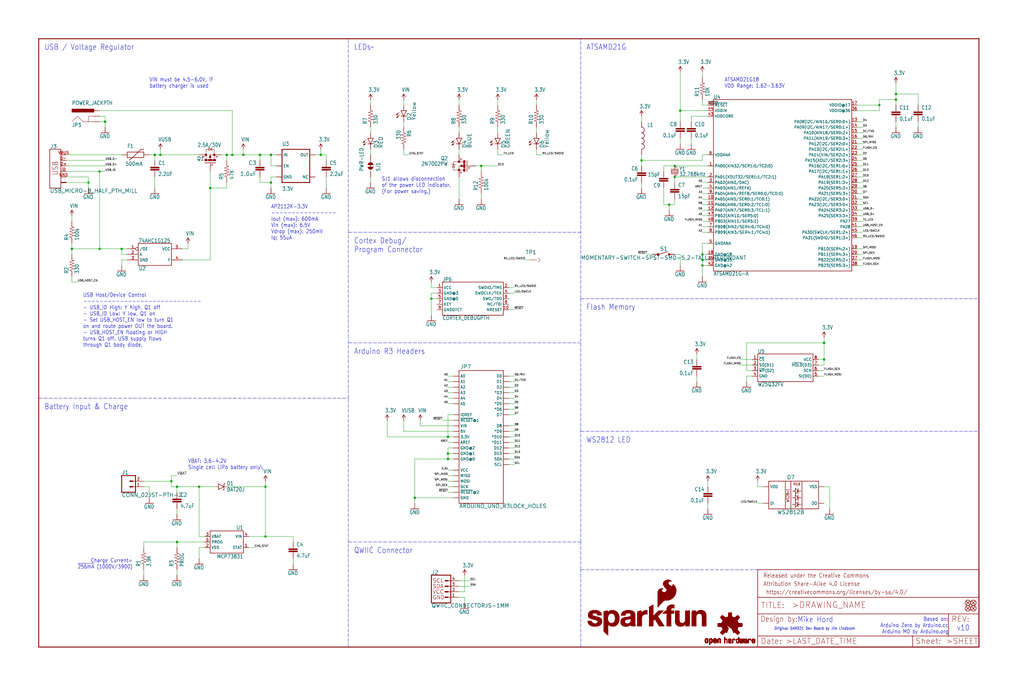
<source format=kicad_sch>
(kicad_sch (version 20211123) (generator eeschema)
  (paper "User" 470.306 317.906)
  (lib_symbols
    (symbol "eagleSchem-eagle-import:0.1UF-25V(+80{slash}-20%)(0603)"
      (property "Reference" "C" (at 1.524 2.921 0))
      (property "Value" "0.1UF-25V(+80{slash}-20%)(0603)" (at 1.524 -2.159 0))
      (symbol "0.1UF-25V(+80{slash}-20%)(0603)_1_0"
        (pin passive line (at 0 5.08 270) (length 2.54) (name "1") (number "1"))
        (pin passive line (at 0 -2.54 90) (length 2.54) (name "2") (number "2"))
      )
    )
    (symbol "eagleSchem-eagle-import:1.0UF-0805-25V-10%"
      (property "Reference" "C" (at 1.524 2.921 0))
      (property "Value" "1.0UF-0805-25V-10%" (at 1.524 -2.159 0))
      (symbol "1.0UF-0805-25V-10%_1_0"
        (pin passive line (at 0 5.08 270) (length 2.54) (name "1") (number "1"))
        (pin passive line (at 0 -2.54 90) (length 2.54) (name "2") (number "2"))
      )
    )
    (symbol "eagleSchem-eagle-import:100KOHM-1{slash}10W-1%(0603)"
      (property "Reference" "R" (at -3.81 1.4986 0))
      (property "Value" "100KOHM-1{slash}10W-1%(0603)" (at -3.81 -3.302 0))
      (symbol "100KOHM-1{slash}10W-1%(0603)_1_0"
        (pin passive line (at -5.08 0 0) (length 2.54) (name "1") (number "1"))
        (pin passive line (at 5.08 0 180) (length 2.54) (name "2") (number "2"))
      )
    )
    (symbol "eagleSchem-eagle-import:10KOHM-1{slash}10W-1%(0603)0603"
      (property "Reference" "R" (at -3.81 1.4986 0))
      (property "Value" "10KOHM-1{slash}10W-1%(0603)0603" (at -3.81 -3.302 0))
      (symbol "10KOHM-1{slash}10W-1%(0603)0603_1_0"
        (pin passive line (at -5.08 0 0) (length 2.54) (name "1") (number "1"))
        (pin passive line (at 5.08 0 180) (length 2.54) (name "2") (number "2"))
      )
    )
    (symbol "eagleSchem-eagle-import:15PF-50V-5%(0603)"
      (property "Reference" "C" (at 1.524 2.921 0))
      (property "Value" "15PF-50V-5%(0603)" (at 1.524 -2.159 0))
      (symbol "15PF-50V-5%(0603)_1_0"
        (pin passive line (at 0 5.08 270) (length 2.54) (name "1") (number "1"))
        (pin passive line (at 0 -2.54 90) (length 2.54) (name "2") (number "2"))
      )
    )
    (symbol "eagleSchem-eagle-import:2.2UF-10V-20%(0603)"
      (property "Reference" "C" (at 1.524 2.921 0))
      (property "Value" "2.2UF-10V-20%(0603)" (at 1.524 -2.159 0))
      (symbol "2.2UF-10V-20%(0603)_1_0"
        (pin passive line (at 0 5.08 270) (length 2.54) (name "1") (number "1"))
        (pin passive line (at 0 -2.54 90) (length 2.54) (name "2") (number "2"))
      )
    )
    (symbol "eagleSchem-eagle-import:2.2UF50V10%(1206)"
      (property "Reference" "C" (at 1.524 2.921 0))
      (property "Value" "2.2UF50V10%(1206)" (at 1.524 -2.159 0))
      (symbol "2.2UF50V10%(1206)_1_0"
        (pin passive line (at 0 5.08 270) (length 2.54) (name "1") (number "1"))
        (pin passive line (at 0 -2.54 90) (length 2.54) (name "2") (number "2"))
      )
    )
    (symbol "eagleSchem-eagle-import:3.3V" (power)
      (property "Value" "3.3V" (at -1.016 3.556 0))
      (symbol "3.3V_1_0"
        (pin power_in line (at 0 0 90) (length 2.54) (name "3.3V") (number "1"))
      )
    )
    (symbol "eagleSchem-eagle-import:3.9KOHM1{slash}10W1%(0603)"
      (property "Reference" "R" (at -3.81 1.4986 0))
      (property "Value" "3.9KOHM1{slash}10W1%(0603)" (at -3.81 -3.302 0))
      (symbol "3.9KOHM1{slash}10W1%(0603)_1_0"
        (pin passive line (at -5.08 0 0) (length 2.54) (name "1") (number "1"))
        (pin passive line (at 5.08 0 180) (length 2.54) (name "2") (number "2"))
      )
    )
    (symbol "eagleSchem-eagle-import:330OHM1{slash}10W1%(0603)"
      (property "Reference" "R" (at -3.81 1.4986 0))
      (property "Value" "330OHM1{slash}10W1%(0603)" (at -3.81 -3.302 0))
      (symbol "330OHM1{slash}10W1%(0603)_1_0"
        (pin passive line (at -5.08 0 0) (length 2.54) (name "1") (number "1"))
        (pin passive line (at 5.08 0 180) (length 2.54) (name "2") (number "2"))
      )
    )
    (symbol "eagleSchem-eagle-import:4.7UF-6.3V-10%(0603)0603"
      (property "Reference" "C" (at 1.524 2.921 0))
      (property "Value" "4.7UF-6.3V-10%(0603)0603" (at 1.524 -2.159 0))
      (symbol "4.7UF-6.3V-10%(0603)0603_1_0"
        (pin passive line (at 0 5.08 270) (length 2.54) (name "1") (number "1"))
        (pin passive line (at 0 -2.54 90) (length 2.54) (name "2") (number "2"))
      )
    )
    (symbol "eagleSchem-eagle-import:47KOHM1{slash}10W1%(0603)"
      (property "Reference" "R" (at -3.81 1.4986 0))
      (property "Value" "47KOHM1{slash}10W1%(0603)" (at -3.81 -3.302 0))
      (symbol "47KOHM1{slash}10W1%(0603)_1_0"
        (pin passive line (at -5.08 0 0) (length 2.54) (name "1") (number "1"))
        (pin passive line (at 5.08 0 180) (length 2.54) (name "2") (number "2"))
      )
    )
    (symbol "eagleSchem-eagle-import:74AHC1G125"
      (property "Reference" "U" (at -7.366 -7.366 0))
      (property "Value" "74AHC1G125" (at -7.62 5.334 0))
      (symbol "74AHC1G125_1_0"
        (pin bidirectional inverted (at -12.7 2.54 0) (length 5.08) (name "/OE") (number "1"))
        (pin bidirectional line (at -12.7 0 0) (length 5.08) (name "A") (number "2"))
        (pin bidirectional line (at -12.7 -2.54 0) (length 5.08) (name "GND") (number "3"))
        (pin bidirectional line (at 12.7 -2.54 180) (length 5.08) (name "Y") (number "4"))
        (pin bidirectional line (at 12.7 2.54 180) (length 5.08) (name "VCC") (number "5"))
      )
    )
    (symbol "eagleSchem-eagle-import:ARDUINO_UNO_R3LOCK_HOLES"
      (property "Reference" "B" (at -9.652 31.242 0))
      (property "Value" "ARDUINO_UNO_R3LOCK_HOLES" (at -10.16 -30.734 0))
      (symbol "ARDUINO_UNO_R3LOCK_HOLES_1_0"
        (pin bidirectional line (at -12.7 0 0) (length 2.54) (name "3.3V") (number "3.3V"))
        (pin bidirectional line (at -12.7 2.54 0) (length 2.54) (name "5V") (number "5V"))
        (pin bidirectional line (at -12.7 27.94 0) (length 2.54) (name "A0") (number "A0"))
        (pin bidirectional line (at -12.7 25.4 0) (length 2.54) (name "A1") (number "A1"))
        (pin bidirectional line (at -12.7 22.86 0) (length 2.54) (name "A2") (number "A2"))
        (pin bidirectional line (at -12.7 20.32 0) (length 2.54) (name "A3") (number "A3"))
        (pin bidirectional line (at -12.7 17.78 0) (length 2.54) (name "A4") (number "A4"))
        (pin bidirectional line (at -12.7 15.24 0) (length 2.54) (name "A5") (number "A5"))
        (pin bidirectional line (at -12.7 -2.54 0) (length 2.54) (name "AREF") (number "AREF"))
        (pin bidirectional line (at 12.7 27.94 180) (length 2.54) (name "D0") (number "D0"))
        (pin bidirectional line (at 12.7 25.4 180) (length 2.54) (name "D1") (number "D1"))
        (pin bidirectional line (at 12.7 0 180) (length 2.54) (name "*D10") (number "D10"))
        (pin bidirectional line (at 12.7 -2.54 180) (length 2.54) (name "*D11") (number "D11"))
        (pin bidirectional line (at 12.7 -5.08 180) (length 2.54) (name "D12") (number "D12"))
        (pin bidirectional line (at 12.7 -7.62 180) (length 2.54) (name "D13") (number "D13"))
        (pin bidirectional line (at 12.7 22.86 180) (length 2.54) (name "D2") (number "D2"))
        (pin bidirectional line (at 12.7 20.32 180) (length 2.54) (name "*D3") (number "D3"))
        (pin bidirectional line (at 12.7 17.78 180) (length 2.54) (name "D4") (number "D4"))
        (pin bidirectional line (at 12.7 15.24 180) (length 2.54) (name "*D5") (number "D5"))
        (pin bidirectional line (at 12.7 12.7 180) (length 2.54) (name "*D6") (number "D6"))
        (pin bidirectional line (at 12.7 10.16 180) (length 2.54) (name "D7") (number "D7"))
        (pin bidirectional line (at 12.7 5.08 180) (length 2.54) (name "D8") (number "D8"))
        (pin bidirectional line (at 12.7 2.54 180) (length 2.54) (name "*D9") (number "D9"))
        (pin bidirectional line (at -12.7 -27.94 0) (length 2.54) (name "GND") (number "GND@1"))
        (pin bidirectional line (at -12.7 -10.16 0) (length 2.54) (name "GND@0") (number "GND@2"))
        (pin bidirectional line (at -12.7 -7.62 0) (length 2.54) (name "GND@1") (number "GND@3"))
        (pin bidirectional line (at -12.7 -5.08 0) (length 2.54) (name "GND@2") (number "GND@4"))
        (pin bidirectional line (at -12.7 10.16 0) (length 2.54) (name "IOREF") (number "IOREF"))
        (pin bidirectional line (at -12.7 -17.78 0) (length 2.54) (name "MISO") (number "MISO"))
        (pin bidirectional line (at -12.7 -20.32 0) (length 2.54) (name "MOSI") (number "MOSI"))
        (pin bidirectional line (at -12.7 7.62 0) (length 2.54) (name "~{RESET}@1") (number "RESET@1"))
        (pin bidirectional line (at -12.7 -25.4 0) (length 2.54) (name "~{RESET}@2") (number "RESET@2"))
        (pin bidirectional line (at -12.7 -22.86 0) (length 2.54) (name "SCK") (number "SCK"))
        (pin bidirectional line (at 12.7 -12.7 180) (length 2.54) (name "SCL") (number "SCL"))
        (pin bidirectional line (at 12.7 -10.16 180) (length 2.54) (name "SDA") (number "SDA"))
        (pin bidirectional line (at -12.7 -15.24 0) (length 2.54) (name "VCC") (number "VCC"))
        (pin bidirectional line (at -12.7 5.08 0) (length 2.54) (name "VIN") (number "VIN"))
      )
    )
    (symbol "eagleSchem-eagle-import:ATSAMD21G-A"
      (property "Reference" "U" (at -30.48 45.974 0))
      (property "Value" "ATSAMD21G-A" (at -30.48 -33.274 0))
      (symbol "ATSAMD21G-A_1_0"
        (pin bidirectional line (at -33.02 15.24 0) (length 2.54) (name "PA00(XIN32/SER1:0/TC2:0)") (number "1"))
        (pin bidirectional line (at -33.02 0 0) (length 2.54) (name "PA05(AIN5/SER0:1/TC0:1)") (number "10"))
        (pin bidirectional line (at -33.02 -2.54 0) (length 2.54) (name "PA06(AIN6/SER0:2/TC1:0)") (number "11"))
        (pin bidirectional line (at -33.02 -5.08 0) (length 2.54) (name "PA07(AIN7/SER0:3/TC1:1)") (number "12"))
        (pin bidirectional line (at 35.56 35.56 180) (length 2.54) (name "PA08(I2C/AIN16/SER0:0+)") (number "13"))
        (pin bidirectional line (at 35.56 33.02 180) (length 2.54) (name "PA09(I2C/AIN17/SER0:1+)") (number "14"))
        (pin bidirectional line (at 35.56 30.48 180) (length 2.54) (name "PA10(AIN18/SER0:2+)") (number "15"))
        (pin bidirectional line (at 35.56 27.94 180) (length 2.54) (name "PA11(AIN19/SER0:3+)") (number "16"))
        (pin bidirectional line (at 35.56 43.18 180) (length 2.54) (name "VDDIO@17") (number "17"))
        (pin bidirectional line (at -33.02 -25.4 0) (length 2.54) (name "GND@18") (number "18"))
        (pin bidirectional line (at 35.56 -22.86 180) (length 2.54) (name "PB10(SER4:2+)") (number "19"))
        (pin bidirectional line (at -33.02 10.16 0) (length 2.54) (name "PA01(XOUT32/SER1:1/TC2:1)") (number "2"))
        (pin bidirectional line (at 35.56 -25.4 180) (length 2.54) (name "PB11(SER4:3+)") (number "20"))
        (pin bidirectional line (at 35.56 25.4 180) (length 2.54) (name "PA12(I2C/SER2:0+)") (number "21"))
        (pin bidirectional line (at 35.56 22.86 180) (length 2.54) (name "PA13(I2C/SER2:1+)") (number "22"))
        (pin bidirectional line (at 35.56 20.32 180) (length 2.54) (name "PA14(XIN/SER2:2+)") (number "23"))
        (pin bidirectional line (at 35.56 17.78 180) (length 2.54) (name "PA15(XOUT/SER2:3+)") (number "24"))
        (pin bidirectional line (at 35.56 15.24 180) (length 2.54) (name "PA16(I2C/SER1:0+)") (number "25"))
        (pin bidirectional line (at 35.56 12.7 180) (length 2.54) (name "PA17(I2C/SER1:1+)") (number "26"))
        (pin bidirectional line (at 35.56 10.16 180) (length 2.54) (name "PA18(SER1:2+)") (number "27"))
        (pin bidirectional line (at 35.56 7.62 180) (length 2.54) (name "PA19(SER1:3+)") (number "28"))
        (pin bidirectional line (at 35.56 5.08 180) (length 2.54) (name "PA20(SER5:2+)") (number "29"))
        (pin bidirectional line (at -33.02 7.62 0) (length 2.54) (name "PA02(AIN0/DAC)") (number "3"))
        (pin bidirectional line (at 35.56 2.54 180) (length 2.54) (name "PA21(SER5:3+)") (number "30"))
        (pin bidirectional line (at 35.56 0 180) (length 2.54) (name "PA22(I2C/SER3:0+)") (number "31"))
        (pin bidirectional line (at 35.56 -2.54 180) (length 2.54) (name "PA23(I2C/SER3:0+)") (number "32"))
        (pin bidirectional line (at 35.56 -5.08 180) (length 2.54) (name "PA24(SER3:2+)") (number "33"))
        (pin bidirectional line (at 35.56 -7.62 180) (length 2.54) (name "PA25(SER3:3+)") (number "34"))
        (pin bidirectional line (at -33.02 -27.94 0) (length 2.54) (name "GND@35") (number "35"))
        (pin bidirectional line (at 35.56 40.64 180) (length 2.54) (name "VDDIO@36") (number "36"))
        (pin bidirectional line (at 35.56 -27.94 180) (length 2.54) (name "PB22(SER5:2+)") (number "37"))
        (pin bidirectional line (at 35.56 -30.48 180) (length 2.54) (name "PB23(SER5:3+)") (number "38"))
        (pin bidirectional line (at 35.56 -10.16 180) (length 2.54) (name "PA27") (number "39"))
        (pin bidirectional line (at -33.02 5.08 0) (length 2.54) (name "PA03(AIN1/REFA)") (number "4"))
        (pin bidirectional line (at -33.02 43.18 0) (length 2.54) (name "~{RESET}") (number "40"))
        (pin bidirectional line (at 35.56 -12.7 180) (length 2.54) (name "PA28") (number "41"))
        (pin bidirectional line (at -33.02 -30.48 0) (length 2.54) (name "GND@42") (number "42"))
        (pin bidirectional line (at -33.02 38.1 0) (length 2.54) (name "VDDCORE") (number "43"))
        (pin bidirectional line (at -33.02 40.64 0) (length 2.54) (name "VDDIN") (number "44"))
        (pin bidirectional line (at 35.56 -15.24 180) (length 2.54) (name "PA30(SWCLK/SER1:2+)") (number "45"))
        (pin bidirectional line (at 35.56 -17.78 180) (length 2.54) (name "PA31(SWDIO/SER1:3+)") (number "46"))
        (pin bidirectional line (at -33.02 -7.62 0) (length 2.54) (name "PB02(AIN10/SER5:0)") (number "47"))
        (pin bidirectional line (at -33.02 -10.16 0) (length 2.54) (name "PB03(AIN11/SER5:1)") (number "48"))
        (pin bidirectional line (at -33.02 -20.32 0) (length 2.54) (name "GNDANA") (number "5"))
        (pin bidirectional line (at -33.02 20.32 0) (length 2.54) (name "VDDANA") (number "6"))
        (pin bidirectional line (at -33.02 -12.7 0) (length 2.54) (name "PB08(AIN2/SER4:0/TC4:0)") (number "7"))
        (pin bidirectional line (at -33.02 -15.24 0) (length 2.54) (name "PB09(AIN3/SER4:1/TC4:1)") (number "8"))
        (pin bidirectional line (at -33.02 2.54 0) (length 2.54) (name "PA04(AIN4/REFB/SER0:0/TC0:0)") (number "9"))
      )
    )
    (symbol "eagleSchem-eagle-import:CONN_02JST-PTH-2"
      (property "Reference" "J" (at -2.54 5.588 0))
      (property "Value" "CONN_02JST-PTH-2" (at -2.54 -4.826 0))
      (symbol "CONN_02JST-PTH-2_1_0"
        (pin passive line (at 7.62 0 180) (length 5.08) (name "1") (number "1"))
        (pin passive line (at 7.62 2.54 180) (length 5.08) (name "2") (number "2"))
      )
    )
    (symbol "eagleSchem-eagle-import:CORTEX_DEBUGPTH"
      (property "Reference" "JP" (at -12.7 7.874 0))
      (property "Value" "CORTEX_DEBUGPTH" (at -12.7 -7.874 0))
      (symbol "CORTEX_DEBUGPTH_1_0"
        (pin bidirectional line (at -15.24 5.08 0) (length 2.54) (name "VCC") (number "1"))
        (pin bidirectional line (at 17.78 -5.08 180) (length 2.54) (name "NRESET") (number "10"))
        (pin bidirectional line (at 17.78 5.08 180) (length 2.54) (name "SWDIO/TMS") (number "2"))
        (pin bidirectional line (at -15.24 2.54 0) (length 2.54) (name "GND@3") (number "3"))
        (pin bidirectional line (at 17.78 2.54 180) (length 2.54) (name "SWDCLK/TCK") (number "4"))
        (pin bidirectional line (at -15.24 0 0) (length 2.54) (name "GND@5") (number "5"))
        (pin bidirectional line (at 17.78 0 180) (length 2.54) (name "SWO/TDO") (number "6"))
        (pin bidirectional line (at -15.24 -2.54 0) (length 2.54) (name "KEY") (number "7"))
        (pin bidirectional line (at 17.78 -2.54 180) (length 2.54) (name "NC/TDI") (number "8"))
        (pin bidirectional line (at -15.24 -5.08 0) (length 2.54) (name "GNDDTCT") (number "9"))
      )
    )
    (symbol "eagleSchem-eagle-import:CRYSTAL3.2X1.5MM"
      (property "Reference" "Y" (at 2.54 1.016 0))
      (property "Value" "CRYSTAL3.2X1.5MM" (at 2.54 -2.54 0))
      (symbol "CRYSTAL3.2X1.5MM_1_0"
        (text "1" (at -2.159 -1.143 0) (effects (font (size 0.8636 0.734)) (justify left bottom)))
        (text "2" (at 1.524 -1.143 0) (effects (font (size 0.8636 0.734)) (justify left bottom)))
        (pin passive line (at -2.54 0 0) (length 0) (name "1") (number "P$1"))
        (pin passive line (at 2.54 0 180) (length 0) (name "2") (number "P$2"))
      )
    )
    (symbol "eagleSchem-eagle-import:DIODE-SCHOTTKY-BAT20J"
      (property "Reference" "D" (at 2.54 0.4826 0))
      (property "Value" "DIODE-SCHOTTKY-BAT20J" (at 2.54 -2.3114 0))
      (symbol "DIODE-SCHOTTKY-BAT20J_1_0"
        (pin passive line (at -2.54 0 0) (length 0) (name "A") (number "A"))
        (pin passive line (at 2.54 0 180) (length 0) (name "C") (number "C"))
      )
    )
    (symbol "eagleSchem-eagle-import:FIDUCIAL1X2")
    (symbol "eagleSchem-eagle-import:FRAME-LEDGER"
      (symbol "FRAME-LEDGER_2_0"
        (text " https://creativecommons.org/licenses/by-sa/4.0/" (at 2.54 24.13 0) (effects (font (size 1.9304 1.6408)) (justify left bottom)))
        (text ">DRAWING_NAME" (at 15.494 17.78 0) (effects (font (size 2.7432 2.7432)) (justify left bottom)))
        (text ">LAST_DATE_TIME" (at 12.7 1.27 0) (effects (font (size 2.54 2.54)) (justify left bottom)))
        (text ">SHEET" (at 86.36 1.27 0) (effects (font (size 2.54 2.54)) (justify left bottom)))
        (text "Attribution Share-Alike 4.0 License" (at 2.54 27.94 0) (effects (font (size 1.9304 1.6408)) (justify left bottom)))
        (text "Date:" (at 1.27 1.27 0) (effects (font (size 2.54 2.54)) (justify left bottom)))
        (text "Design by:" (at 1.27 11.43 0) (effects (font (size 2.54 2.159)) (justify left bottom)))
        (text "Released under the Creative Commons" (at 2.54 31.75 0) (effects (font (size 1.9304 1.6408)) (justify left bottom)))
        (text "REV:" (at 88.9 11.43 0) (effects (font (size 2.54 2.54)) (justify left bottom)))
        (text "Sheet:" (at 72.39 1.27 0) (effects (font (size 2.54 2.54)) (justify left bottom)))
        (text "TITLE:" (at 1.524 17.78 0) (effects (font (size 2.54 2.54)) (justify left bottom)))
      )
    )
    (symbol "eagleSchem-eagle-import:GND" (power)
      (property "Value" "GND" (at -2.54 -2.54 0))
      (symbol "GND_1_0"
        (pin power_in line (at 0 2.54 270) (length 2.54) (name "GND") (number "1"))
      )
    )
    (symbol "eagleSchem-eagle-import:INDUCTOR0603"
      (property "Reference" "L" (at 2.54 5.08 0))
      (property "Value" "INDUCTOR0603" (at 2.54 -5.08 0))
      (symbol "INDUCTOR0603_1_0"
        (pin passive line (at 0 7.62 270) (length 2.54) (name "1") (number "1"))
        (pin passive line (at 0 -7.62 90) (length 2.54) (name "2") (number "2"))
      )
    )
    (symbol "eagleSchem-eagle-import:JUMPER-PAD-2-NC_BY_TRACENO_SILK"
      (property "Reference" "SJ" (at -2.54 2.54 0))
      (property "Value" "JUMPER-PAD-2-NC_BY_TRACENO_SILK" (at -2.54 -5.08 0))
      (symbol "JUMPER-PAD-2-NC_BY_TRACENO_SILK_1_0"
        (pin passive line (at -5.08 0 0) (length 2.54) (name "1") (number "1"))
        (pin passive line (at 5.08 0 180) (length 2.54) (name "2") (number "2"))
      )
    )
    (symbol "eagleSchem-eagle-import:LED-BLUE0603"
      (property "Reference" "D" (at -3.429 -4.572 90))
      (property "Value" "LED-BLUE0603" (at 1.905 -4.572 90))
      (symbol "LED-BLUE0603_1_0"
        (pin passive line (at 0 2.54 270) (length 2.54) (name "A") (number "A"))
        (pin passive line (at 0 -5.08 90) (length 2.54) (name "C") (number "C"))
      )
    )
    (symbol "eagleSchem-eagle-import:LED-GREEN0603"
      (property "Reference" "D" (at -3.429 -4.572 90))
      (property "Value" "LED-GREEN0603" (at 1.905 -4.572 90))
      (symbol "LED-GREEN0603_1_0"
        (pin passive line (at 0 2.54 270) (length 2.54) (name "A") (number "A"))
        (pin passive line (at 0 -5.08 90) (length 2.54) (name "C") (number "C"))
      )
    )
    (symbol "eagleSchem-eagle-import:LED-RED0603"
      (property "Reference" "D" (at -3.429 -4.572 90))
      (property "Value" "LED-RED0603" (at 1.905 -4.572 90))
      (symbol "LED-RED0603_1_0"
        (pin passive line (at 0 2.54 270) (length 2.54) (name "A") (number "A"))
        (pin passive line (at 0 -5.08 90) (length 2.54) (name "C") (number "C"))
      )
    )
    (symbol "eagleSchem-eagle-import:LED-YELLOW0603"
      (property "Reference" "D" (at -3.429 -4.572 90))
      (property "Value" "LED-YELLOW0603" (at 1.905 -4.572 90))
      (symbol "LED-YELLOW0603_1_0"
        (pin passive line (at 0 2.54 270) (length 2.54) (name "A") (number "A"))
        (pin passive line (at 0 -5.08 90) (length 2.54) (name "C") (number "C"))
      )
    )
    (symbol "eagleSchem-eagle-import:MCP73831"
      (property "Reference" "U" (at -7.62 5.588 0))
      (property "Value" "MCP73831" (at -7.62 -7.62 0))
      (symbol "MCP73831_1_0"
        (pin output line (at -10.16 -2.54 0) (length 2.54) (name "STAT") (number "1"))
        (pin power_in line (at 10.16 -2.54 180) (length 2.54) (name "VSS") (number "2"))
        (pin power_in line (at 10.16 2.54 180) (length 2.54) (name "VBAT") (number "3"))
        (pin power_in line (at -10.16 2.54 0) (length 2.54) (name "VIN") (number "4"))
        (pin input line (at 10.16 0 180) (length 2.54) (name "PROG") (number "5"))
      )
    )
    (symbol "eagleSchem-eagle-import:MOMENTARY-SWITCH-SPST-SMD-5.2-TALL-REDUNDANT"
      (property "Reference" "S" (at 0 1.524 0))
      (property "Value" "MOMENTARY-SWITCH-SPST-SMD-5.2-TALL-REDUNDANT" (at 0 -0.508 0))
      (symbol "MOMENTARY-SWITCH-SPST-SMD-5.2-TALL-REDUNDANT_1_0"
        (pin passive line (at -5.08 0 0) (length 2.54) (name "1") (number "1"))
        (pin passive line (at -5.08 0 0) (length 2.54) (name "1") (number "2"))
        (pin passive line (at 5.08 0 180) (length 2.54) (name "2") (number "3"))
        (pin passive line (at 5.08 0 180) (length 2.54) (name "2") (number "4"))
      )
    )
    (symbol "eagleSchem-eagle-import:MOSFET-NCHANNEL2N7002PW"
      (property "Reference" "Q" (at 5.08 2.54 0))
      (property "Value" "MOSFET-NCHANNEL2N7002PW" (at 5.08 0 0))
      (symbol "MOSFET-NCHANNEL2N7002PW_1_0"
        (text "D" (at -1.27 2.54 0) (effects (font (size 0.8128 0.6908)) (justify left bottom)))
        (text "G" (at -5.08 -1.27 0) (effects (font (size 0.8128 0.6908)) (justify left bottom)))
        (text "S" (at -1.27 -3.556 0) (effects (font (size 0.8128 0.6908)) (justify left bottom)))
        (pin passive line (at -7.62 0 0) (length 2.54) (name "G") (number "1"))
        (pin passive line (at 0 -5.08 90) (length 2.54) (name "S") (number "2"))
        (pin passive line (at 0 5.08 270) (length 2.54) (name "D") (number "3"))
      )
    )
    (symbol "eagleSchem-eagle-import:MOSFET-PCHANNELDMG2307L"
      (property "Reference" "Q" (at 5.08 2.54 0))
      (property "Value" "MOSFET-PCHANNELDMG2307L" (at 5.08 0 0))
      (symbol "MOSFET-PCHANNELDMG2307L_1_0"
        (text "D" (at -1.27 2.54 0) (effects (font (size 0.8128 0.6908)) (justify left bottom)))
        (text "G" (at -5.08 -1.27 0) (effects (font (size 0.8128 0.6908)) (justify left bottom)))
        (text "S" (at -1.27 -3.556 0) (effects (font (size 0.8128 0.6908)) (justify left bottom)))
        (pin passive line (at -7.62 0 0) (length 2.54) (name "G") (number "1"))
        (pin passive line (at 0 -5.08 90) (length 2.54) (name "S") (number "2"))
        (pin passive line (at 0 5.08 270) (length 2.54) (name "D") (number "3"))
      )
    )
    (symbol "eagleSchem-eagle-import:OSHW-LOGOL")
    (symbol "eagleSchem-eagle-import:OSHW-LOGOS")
    (symbol "eagleSchem-eagle-import:POWER_JACKPTH"
      (property "Reference" "JP" (at -10.16 0 0))
      (property "Value" "POWER_JACKPTH" (at -10.16 10.16 0))
      (symbol "POWER_JACKPTH_1_0"
        (pin bidirectional line (at 2.54 2.54 180) (length 2.54) (name "GND") (number "GND"))
        (pin bidirectional line (at 2.54 5.08 180) (length 2.54) (name "GNDBREAK") (number "GNDBREAK"))
        (pin bidirectional line (at 2.54 7.62 180) (length 2.54) (name "PWR") (number "PWR"))
      )
    )
    (symbol "eagleSchem-eagle-import:PTCSMD"
      (property "Reference" "F" (at -2.54 3.048 0))
      (property "Value" "PTCSMD" (at -3.302 -5.08 0))
      (symbol "PTCSMD_1_0"
        (pin bidirectional line (at -5.08 0 0) (length 2.54) (name "1") (number "1"))
        (pin bidirectional line (at 7.62 0 180) (length 2.54) (name "2") (number "2"))
      )
    )
    (symbol "eagleSchem-eagle-import:QWIIC_CONNECTORJS-1MM"
      (property "Reference" "J" (at -5.08 7.874 0))
      (property "Value" "QWIIC_CONNECTORJS-1MM" (at -5.08 -5.334 0))
      (symbol "QWIIC_CONNECTORJS-1MM_1_0"
        (text "GND" (at -4.572 -2.54 0) (effects (font (size 1.778 1.778)) (justify left)))
        (text "SCL" (at -4.572 5.08 0) (effects (font (size 1.778 1.778)) (justify left)))
        (text "SDA" (at -4.572 2.54 0) (effects (font (size 1.778 1.778)) (justify left)))
        (text "VCC" (at -4.572 0 0) (effects (font (size 1.778 1.778)) (justify left)))
        (pin power_in line (at 7.62 -2.54 180) (length 5.08) (name "1") (number "1"))
        (pin power_in line (at 7.62 0 180) (length 5.08) (name "2") (number "2"))
        (pin passive line (at 7.62 2.54 180) (length 5.08) (name "3") (number "3"))
        (pin passive line (at 7.62 5.08 180) (length 5.08) (name "4") (number "4"))
      )
    )
    (symbol "eagleSchem-eagle-import:RESISTORPTH-1{slash}6W"
      (property "Reference" "R" (at -3.81 1.4986 0))
      (property "Value" "RESISTORPTH-1{slash}6W" (at -3.81 -3.302 0))
      (symbol "RESISTORPTH-1{slash}6W_1_0"
        (pin passive line (at -5.08 0 0) (length 2.54) (name "1") (number "1"))
        (pin passive line (at 5.08 0 180) (length 2.54) (name "2") (number "2"))
      )
    )
    (symbol "eagleSchem-eagle-import:SFE_LOGO_NAME_FLAME.2_INCH")
    (symbol "eagleSchem-eagle-import:SFE_LOGO_NAME_FLAME.3_INCH")
    (symbol "eagleSchem-eagle-import:TEST-POINTTP_15TH_THRU"
      (property "Reference" "TP" (at -2.54 2.54 0))
      (property "Value" "TEST-POINTTP_15TH_THRU" (at -2.54 -2.54 0))
      (symbol "TEST-POINTTP_15TH_THRU_1_0"
        (pin bidirectional line (at 0 0 180) (length 0) (name "1") (number "P$1"))
      )
    )
    (symbol "eagleSchem-eagle-import:USB_MICRO-B_HALF_PTH_MILL"
      (property "Reference" "J" (at -2.54 10.414 0))
      (property "Value" "USB_MICRO-B_HALF_PTH_MILL" (at -2.54 -9.906 0))
      (symbol "USB_MICRO-B_HALF_PTH_MILL_1_0"
        (text "USB" (at 0 1.524 900) (effects (font (size 2.54 2.159))))
        (pin bidirectional line (at 5.08 2.54 180) (length 2.54) (name "D+") (number "D+"))
        (pin bidirectional line (at 5.08 5.08 180) (length 2.54) (name "D-") (number "D-"))
        (pin power_in line (at 5.08 -2.54 180) (length 2.54) (name "GND") (number "GND"))
        (pin bidirectional line (at 5.08 0 180) (length 2.54) (name "ID") (number "ID"))
        (pin bidirectional line (at 5.08 -5.08 180) (length 2.54) (name "SHIELD") (number "SHIELD"))
        (pin bidirectional line (at 5.08 -5.08 180) (length 2.54) (name "SHIELD") (number "SHIELD10"))
        (pin bidirectional line (at 5.08 -5.08 180) (length 2.54) (name "SHIELD") (number "SHIELD2"))
        (pin bidirectional line (at 5.08 -5.08 180) (length 2.54) (name "SHIELD") (number "SHIELD3"))
        (pin bidirectional line (at 5.08 -5.08 180) (length 2.54) (name "SHIELD") (number "SHIELD4"))
        (pin bidirectional line (at 5.08 -5.08 180) (length 2.54) (name "SHIELD") (number "SHIELD5"))
        (pin bidirectional line (at 5.08 -5.08 180) (length 2.54) (name "SHIELD") (number "SHIELD6"))
        (pin bidirectional line (at 5.08 -5.08 180) (length 2.54) (name "SHIELD") (number "SHIELD7"))
        (pin bidirectional line (at 5.08 -5.08 180) (length 2.54) (name "SHIELD") (number "SHIELD8"))
        (pin bidirectional line (at 5.08 -5.08 180) (length 2.54) (name "SHIELD") (number "SHIELD9"))
        (pin power_in line (at 5.08 7.62 180) (length 2.54) (name "VBUS") (number "VBUS"))
      )
    )
    (symbol "eagleSchem-eagle-import:VIN" (power)
      (property "Value" "VIN" (at -1.016 3.556 0))
      (symbol "VIN_1_0"
        (pin power_in line (at 0 0 90) (length 2.54) (name "VIN") (number "1"))
      )
    )
    (symbol "eagleSchem-eagle-import:VUSB" (power)
      (property "Value" "VUSB" (at -1.016 3.556 0))
      (symbol "VUSB_1_0"
        (pin power_in line (at 0 0 90) (length 2.54) (name "VUSB") (number "1"))
      )
    )
    (symbol "eagleSchem-eagle-import:V_REG_AP2112K-3.3V"
      (property "Reference" "U" (at -7.62 9.144 0))
      (property "Value" "V_REG_AP2112K-3.3V" (at -7.62 -11.43 0))
      (symbol "V_REG_AP2112K-3.3V_1_0"
        (pin input line (at -10.16 5.08 0) (length 2.54) (name "IN") (number "1"))
        (pin input line (at -10.16 -5.08 0) (length 2.54) (name "GND") (number "2"))
        (pin input line (at -10.16 0 0) (length 2.54) (name "EN") (number "3"))
        (pin input line (at 7.62 -5.08 180) (length 2.54) (name "NC") (number "4"))
        (pin passive line (at 7.62 5.08 180) (length 2.54) (name "OUT") (number "5"))
      )
    )
    (symbol "eagleSchem-eagle-import:W25Q32FVSS"
      (property "Reference" "U" (at -12.7 5.334 0))
      (property "Value" "W25Q32FVSS" (at -12.7 -7.874 0))
      (symbol "W25Q32FVSS_1_0"
        (pin bidirectional line (at -15.24 2.54 0) (length 2.54) (name "~{CS}") (number "1"))
        (pin bidirectional line (at -15.24 0 0) (length 2.54) (name "SO(D1)") (number "2"))
        (pin bidirectional line (at -15.24 -2.54 0) (length 2.54) (name "~{WP}(D2)") (number "3"))
        (pin bidirectional line (at -15.24 -5.08 0) (length 2.54) (name "GND") (number "4"))
        (pin bidirectional line (at 15.24 -5.08 180) (length 2.54) (name "SI(D0)") (number "5"))
        (pin bidirectional line (at 15.24 -2.54 180) (length 2.54) (name "SCK") (number "6"))
        (pin bidirectional line (at 15.24 0 180) (length 2.54) (name "~{HOLD}(D3)") (number "7"))
        (pin bidirectional line (at 15.24 2.54 180) (length 2.54) (name "VCC") (number "8"))
      )
    )
    (symbol "eagleSchem-eagle-import:WS2812B"
      (property "Reference" "D" (at -2.54 8.382 0))
      (property "Value" "WS2812B" (at -2.54 -7.62 0))
      (symbol "WS2812B_1_0"
        (text "RGB" (at -1.524 5.5118 0) (effects (font (size 1.27 1.0795)) (justify left bottom)))
        (text "WS28x1" (at -3.175 -2.159 900) (effects (font (size 1.27 1.0795)) (justify left bottom)))
        (pin bidirectional line (at -15.24 5.08 0) (length 2.54) (name "VDD") (number "1"))
        (pin bidirectional line (at 12.7 -2.54 180) (length 2.54) (name "DO") (number "2"))
        (pin bidirectional line (at 12.7 5.08 180) (length 2.54) (name "VSS") (number "3"))
        (pin bidirectional line (at -15.24 -2.54 0) (length 2.54) (name "DI") (number "4"))
      )
    )
  )
  (junction (at 78.74 220.98))
  (junction (at 48.26 55.88))
  (junction (at 378.46 157.48))
  (junction (at 71.12 71.12))
  (junction (at 220.98 76.2))
  (junction (at 322.58 116.84))
  (junction (at 121.92 223.52))
  (junction (at 147.32 71.12))
  (junction (at 124.46 83.82))
  (junction (at 205.74 208.28))
  (junction (at 190.5 228.6))
  (junction (at 378.46 165.1))
  (junction (at 111.76 71.12))
  (junction (at 45.72 78.74))
  (junction (at 322.58 119.38))
  (junction (at 309.88 81.28))
  (junction (at 411.48 43.18))
  (junction (at 91.44 223.52))
  (junction (at 312.42 50.8))
  (junction (at 55.88 114.3))
  (junction (at 307.34 93.98))
  (junction (at 121.92 246.38))
  (junction (at 33.02 114.3))
  (junction (at 73.66 71.12))
  (junction (at 411.48 45.72))
  (junction (at 205.74 210.82))
  (junction (at 119.38 71.12))
  (junction (at 81.28 223.52))
  (junction (at 322.58 121.92))
  (junction (at 45.72 114.3))
  (junction (at 104.14 71.12))
  (junction (at 309.88 76.2))
  (junction (at 96.52 86.36))
  (junction (at 198.12 137.16))
  (junction (at 40.64 83.82))
  (junction (at 205.74 200.66))
  (junction (at 106.68 71.12))
  (junction (at 124.46 71.12))
  (junction (at 294.64 73.66))
  (junction (at 403.86 48.26))
  (junction (at 81.28 248.92))
  (wire (pts (xy 393.7 96.52) (xy 396.24 96.52)))
  (polyline (pts (xy 160.02 182.88) (xy 160.02 157.48)))
  (wire (pts (xy 200.66 134.62) (xy 198.12 134.62)))
  (wire (pts (xy 393.7 50.8) (xy 403.86 50.8)))
  (wire (pts (xy 190.5 210.82) (xy 205.74 210.82)))
  (polyline (pts (xy 266.7 248.92) (xy 266.7 198.12)))
  (wire (pts (xy 393.7 109.22) (xy 396.24 109.22)))
  (wire (pts (xy 393.7 119.38) (xy 396.24 119.38)))
  (wire (pts (xy 228.6 71.12) (xy 231.14 71.12)))
  (wire (pts (xy 177.8 200.66) (xy 177.8 193.04)))
  (wire (pts (xy 127 81.28) (xy 124.46 81.28)))
  (wire (pts (xy 322.58 71.12) (xy 322.58 73.66)))
  (wire (pts (xy 208.28 205.74) (xy 205.74 205.74)))
  (wire (pts (xy 325.12 50.8) (xy 312.42 50.8)))
  (wire (pts (xy 81.28 226.06) (xy 81.28 223.52)))
  (wire (pts (xy 393.7 63.5) (xy 396.24 63.5)))
  (wire (pts (xy 381 223.52) (xy 381 233.68)))
  (wire (pts (xy 71.12 73.66) (xy 71.12 71.12)))
  (wire (pts (xy 325.12 101.6) (xy 322.58 101.6)))
  (wire (pts (xy 233.68 210.82) (xy 236.22 210.82)))
  (wire (pts (xy 208.28 220.98) (xy 205.74 220.98)))
  (wire (pts (xy 48.26 53.34) (xy 48.26 55.88)))
  (wire (pts (xy 198.12 134.62) (xy 198.12 137.16)))
  (wire (pts (xy 208.28 226.06) (xy 205.74 226.06)))
  (wire (pts (xy 294.64 76.2) (xy 294.64 73.66)))
  (wire (pts (xy 86.36 114.3) (xy 86.36 111.76)))
  (polyline (pts (xy 160.02 248.92) (xy 266.7 248.92)))
  (wire (pts (xy 347.98 220.98) (xy 347.98 223.52)))
  (wire (pts (xy 312.42 121.92) (xy 312.42 116.84)))
  (wire (pts (xy 411.48 43.18) (xy 411.48 38.1)))
  (wire (pts (xy 91.44 246.38) (xy 93.98 246.38)))
  (wire (pts (xy 119.38 81.28) (xy 119.38 83.82)))
  (wire (pts (xy 104.14 86.36) (xy 96.52 86.36)))
  (wire (pts (xy 208.28 175.26) (xy 205.74 175.26)))
  (wire (pts (xy 325.12 96.52) (xy 322.58 96.52)))
  (wire (pts (xy 393.7 116.84) (xy 396.24 116.84)))
  (wire (pts (xy 403.86 50.8) (xy 403.86 48.26)))
  (wire (pts (xy 210.82 271.78) (xy 213.36 271.78)))
  (wire (pts (xy 33.02 114.3) (xy 33.02 111.76)))
  (wire (pts (xy 68.58 71.12) (xy 71.12 71.12)))
  (wire (pts (xy 233.68 203.2) (xy 236.22 203.2)))
  (wire (pts (xy 218.44 76.2) (xy 220.98 76.2)))
  (wire (pts (xy 220.98 76.2) (xy 228.6 76.2)))
  (wire (pts (xy 325.12 223.52) (xy 325.12 220.98)))
  (wire (pts (xy 208.28 210.82) (xy 205.74 210.82)))
  (wire (pts (xy 170.18 81.28) (xy 170.18 83.82)))
  (wire (pts (xy 30.48 83.82) (xy 40.64 83.82)))
  (wire (pts (xy 393.7 68.58) (xy 396.24 68.58)))
  (wire (pts (xy 378.46 165.1) (xy 375.92 165.1)))
  (wire (pts (xy 66.04 248.92) (xy 81.28 248.92)))
  (wire (pts (xy 325.12 53.34) (xy 317.5 53.34)))
  (wire (pts (xy 393.7 93.98) (xy 396.24 93.98)))
  (wire (pts (xy 312.42 50.8) (xy 312.42 33.02)))
  (wire (pts (xy 325.12 86.36) (xy 322.58 86.36)))
  (wire (pts (xy 208.28 193.04) (xy 203.2 193.04)))
  (wire (pts (xy 45.72 55.88) (xy 48.26 55.88)))
  (wire (pts (xy 111.76 71.12) (xy 111.76 68.58)))
  (wire (pts (xy 342.9 170.18) (xy 342.9 157.48)))
  (polyline (pts (xy 266.7 137.16) (xy 449.58 137.16)))
  (wire (pts (xy 375.92 167.64) (xy 378.46 167.64)))
  (wire (pts (xy 345.44 165.1) (xy 340.36 165.1)))
  (wire (pts (xy 378.46 167.64) (xy 378.46 165.1)))
  (wire (pts (xy 325.12 76.2) (xy 309.88 76.2)))
  (wire (pts (xy 208.28 177.8) (xy 205.74 177.8)))
  (wire (pts (xy 185.42 68.58) (xy 185.42 71.12)))
  (wire (pts (xy 83.82 119.38) (xy 96.52 119.38)))
  (wire (pts (xy 208.28 195.58) (xy 193.04 195.58)))
  (wire (pts (xy 246.38 45.72) (xy 246.38 48.26)))
  (wire (pts (xy 393.7 121.92) (xy 396.24 121.92)))
  (wire (pts (xy 81.28 248.92) (xy 81.28 251.46)))
  (wire (pts (xy 309.88 81.28) (xy 325.12 81.28)))
  (wire (pts (xy 45.72 50.8) (xy 106.68 50.8)))
  (wire (pts (xy 375.92 170.18) (xy 378.46 170.18)))
  (wire (pts (xy 55.88 119.38) (xy 55.88 121.92)))
  (wire (pts (xy 307.34 93.98) (xy 307.34 96.52)))
  (wire (pts (xy 66.04 248.92) (xy 66.04 251.46)))
  (wire (pts (xy 393.7 104.14) (xy 396.24 104.14)))
  (wire (pts (xy 322.58 48.26) (xy 322.58 45.72)))
  (wire (pts (xy 312.42 66.04) (xy 312.42 63.5)))
  (wire (pts (xy 170.18 71.12) (xy 170.18 68.58)))
  (wire (pts (xy 200.66 137.16) (xy 198.12 137.16)))
  (wire (pts (xy 33.02 114.3) (xy 33.02 116.84)))
  (wire (pts (xy 78.74 218.44) (xy 78.74 220.98)))
  (wire (pts (xy 45.72 53.34) (xy 48.26 53.34)))
  (wire (pts (xy 246.38 68.58) (xy 246.38 71.12)))
  (wire (pts (xy 40.64 83.82) (xy 40.64 86.36)))
  (wire (pts (xy 73.66 71.12) (xy 73.66 68.58)))
  (wire (pts (xy 30.48 76.2) (xy 48.26 76.2)))
  (wire (pts (xy 200.66 132.08) (xy 198.12 132.08)))
  (wire (pts (xy 208.28 215.9) (xy 205.74 215.9)))
  (wire (pts (xy 208.28 228.6) (xy 190.5 228.6)))
  (wire (pts (xy 350.52 231.14) (xy 347.98 231.14)))
  (wire (pts (xy 393.7 114.3) (xy 396.24 114.3)))
  (wire (pts (xy 170.18 45.72) (xy 170.18 48.26)))
  (wire (pts (xy 325.12 116.84) (xy 322.58 116.84)))
  (wire (pts (xy 208.28 200.66) (xy 205.74 200.66)))
  (wire (pts (xy 208.28 198.12) (xy 185.42 198.12)))
  (wire (pts (xy 124.46 83.82) (xy 124.46 86.36)))
  (wire (pts (xy 304.8 86.36) (xy 304.8 93.98)))
  (wire (pts (xy 198.12 132.08) (xy 198.12 129.54)))
  (wire (pts (xy 393.7 58.42) (xy 396.24 58.42)))
  (wire (pts (xy 403.86 48.26) (xy 403.86 45.72)))
  (wire (pts (xy 325.12 119.38) (xy 322.58 119.38)))
  (wire (pts (xy 228.6 68.58) (xy 228.6 71.12)))
  (wire (pts (xy 81.28 248.92) (xy 93.98 248.92)))
  (wire (pts (xy 213.36 274.32) (xy 213.36 276.86)))
  (wire (pts (xy 205.74 208.28) (xy 205.74 205.74)))
  (wire (pts (xy 304.8 76.2) (xy 304.8 78.74)))
  (wire (pts (xy 325.12 111.76) (xy 322.58 111.76)))
  (wire (pts (xy 66.04 223.52) (xy 68.58 223.52)))
  (wire (pts (xy 198.12 137.16) (xy 198.12 144.78)))
  (wire (pts (xy 45.72 78.74) (xy 30.48 78.74)))
  (wire (pts (xy 66.04 264.16) (xy 66.04 261.62)))
  (wire (pts (xy 220.98 91.44) (xy 220.98 88.9)))
  (wire (pts (xy 121.92 220.98) (xy 121.92 223.52)))
  (wire (pts (xy 208.28 185.42) (xy 205.74 185.42)))
  (wire (pts (xy 393.7 78.74) (xy 396.24 78.74)))
  (wire (pts (xy 71.12 71.12) (xy 73.66 71.12)))
  (wire (pts (xy 403.86 45.72) (xy 411.48 45.72)))
  (wire (pts (xy 233.68 175.26) (xy 236.22 175.26)))
  (wire (pts (xy 213.36 271.78) (xy 213.36 264.16)))
  (wire (pts (xy 317.5 63.5) (xy 317.5 66.04)))
  (wire (pts (xy 58.42 114.3) (xy 55.88 114.3)))
  (wire (pts (xy 208.28 203.2) (xy 205.74 203.2)))
  (wire (pts (xy 375.92 172.72) (xy 378.46 172.72)))
  (wire (pts (xy 30.48 73.66) (xy 48.26 73.66)))
  (wire (pts (xy 205.74 200.66) (xy 177.8 200.66)))
  (wire (pts (xy 124.46 76.2) (xy 124.46 71.12)))
  (wire (pts (xy 228.6 45.72) (xy 228.6 48.26)))
  (wire (pts (xy 68.58 223.52) (xy 68.58 228.6)))
  (wire (pts (xy 119.38 73.66) (xy 119.38 71.12)))
  (wire (pts (xy 243.84 119.38) (xy 241.3 119.38)))
  (wire (pts (xy 208.28 218.44) (xy 205.74 218.44)))
  (wire (pts (xy 124.46 71.12) (xy 127 71.12)))
  (wire (pts (xy 205.74 190.5) (xy 205.74 200.66)))
  (wire (pts (xy 233.68 180.34) (xy 236.22 180.34)))
  (wire (pts (xy 55.88 71.12) (xy 30.48 71.12)))
  (wire (pts (xy 210.82 91.44) (xy 210.82 81.28)))
  (wire (pts (xy 144.78 71.12) (xy 147.32 71.12)))
  (wire (pts (xy 246.38 58.42) (xy 246.38 60.96)))
  (wire (pts (xy 393.7 76.2) (xy 396.24 76.2)))
  (wire (pts (xy 30.48 81.28) (xy 40.64 81.28)))
  (wire (pts (xy 121.92 246.38) (xy 134.62 246.38)))
  (wire (pts (xy 393.7 73.66) (xy 396.24 73.66)))
  (wire (pts (xy 208.28 180.34) (xy 205.74 180.34)))
  (wire (pts (xy 170.18 58.42) (xy 170.18 60.96)))
  (wire (pts (xy 393.7 91.44) (xy 396.24 91.44)))
  (wire (pts (xy 220.98 78.74) (xy 220.98 76.2)))
  (wire (pts (xy 304.8 93.98) (xy 307.34 93.98)))
  (wire (pts (xy 325.12 88.9) (xy 322.58 88.9)))
  (wire (pts (xy 325.12 91.44) (xy 322.58 91.44)))
  (wire (pts (xy 45.72 114.3) (xy 45.72 78.74)))
  (wire (pts (xy 66.04 220.98) (xy 78.74 220.98)))
  (polyline (pts (xy 160.02 157.48) (xy 160.02 106.68)))
  (wire (pts (xy 342.9 157.48) (xy 378.46 157.48)))
  (polyline (pts (xy 160.02 248.92) (xy 160.02 182.88)))
  (wire (pts (xy 78.74 223.52) (xy 81.28 223.52)))
  (wire (pts (xy 121.92 223.52) (xy 121.92 246.38)))
  (wire (pts (xy 33.02 99.06) (xy 33.02 101.6)))
  (wire (pts (xy 210.82 45.72) (xy 210.82 48.26)))
  (wire (pts (xy 393.7 71.12) (xy 396.24 71.12)))
  (polyline (pts (xy 266.7 137.16) (xy 266.7 17.78)))
  (wire (pts (xy 233.68 172.72) (xy 236.22 172.72)))
  (wire (pts (xy 378.46 157.48) (xy 378.46 165.1)))
  (wire (pts (xy 411.48 45.72) (xy 411.48 48.26)))
  (wire (pts (xy 208.28 182.88) (xy 205.74 182.88)))
  (wire (pts (xy 393.7 99.06) (xy 396.24 99.06)))
  (wire (pts (xy 325.12 71.12) (xy 322.58 71.12)))
  (wire (pts (xy 322.58 73.66) (xy 294.64 73.66)))
  (wire (pts (xy 322.58 33.02) (xy 322.58 35.56)))
  (wire (pts (xy 147.32 71.12) (xy 149.86 71.12)))
  (polyline (pts (xy 17.78 182.88) (xy 160.02 182.88)))
  (wire (pts (xy 104.14 71.12) (xy 106.68 71.12)))
  (wire (pts (xy 299.72 116.84) (xy 297.18 116.84)))
  (wire (pts (xy 91.44 223.52) (xy 91.44 246.38)))
  (wire (pts (xy 294.64 73.66) (xy 294.64 71.12)))
  (wire (pts (xy 190.5 210.82) (xy 190.5 228.6)))
  (wire (pts (xy 208.28 172.72) (xy 205.74 172.72)))
  (wire (pts (xy 81.28 233.68) (xy 81.28 236.22)))
  (polyline (pts (xy 160.02 106.68) (xy 266.7 106.68)))
  (wire (pts (xy 312.42 50.8) (xy 312.42 55.88)))
  (wire (pts (xy 294.64 55.88) (xy 294.64 53.34)))
  (wire (pts (xy 106.68 50.8) (xy 106.68 71.12)))
  (wire (pts (xy 309.88 83.82) (xy 309.88 81.28)))
  (wire (pts (xy 393.7 55.88) (xy 396.24 55.88)))
  (wire (pts (xy 205.74 210.82) (xy 205.74 208.28)))
  (wire (pts (xy 345.44 170.18) (xy 342.9 170.18)))
  (wire (pts (xy 210.82 266.7) (xy 215.9 266.7)))
  (wire (pts (xy 233.68 198.12) (xy 236.22 198.12)))
  (wire (pts (xy 347.98 223.52) (xy 350.52 223.52)))
  (wire (pts (xy 149.86 86.36) (xy 149.86 81.28)))
  (wire (pts (xy 233.68 134.62) (xy 236.22 134.62)))
  (wire (pts (xy 104.14 223.52) (xy 121.92 223.52)))
  (polyline (pts (xy 160.02 157.48) (xy 266.7 157.48)))
  (wire (pts (xy 342.9 175.26) (xy 342.9 172.72)))
  (wire (pts (xy 233.68 205.74) (xy 236.22 205.74)))
  (wire (pts (xy 48.26 55.88) (xy 48.26 58.42)))
  (wire (pts (xy 233.68 142.24) (xy 236.22 142.24)))
  (wire (pts (xy 99.06 223.52) (xy 91.44 223.52)))
  (wire (pts (xy 114.3 246.38) (xy 121.92 246.38)))
  (wire (pts (xy 309.88 93.98) (xy 307.34 93.98)))
  (wire (pts (xy 127 76.2) (xy 124.46 76.2)))
  (wire (pts (xy 190.5 228.6) (xy 190.5 231.14)))
  (wire (pts (xy 119.38 71.12) (xy 124.46 71.12)))
  (wire (pts (xy 317.5 53.34) (xy 317.5 55.88)))
  (wire (pts (xy 233.68 208.28) (xy 236.22 208.28)))
  (wire (pts (xy 411.48 58.42) (xy 411.48 55.88)))
  (wire (pts (xy 45.72 114.3) (xy 33.02 114.3)))
  (wire (pts (xy 119.38 83.82) (xy 124.46 83.82)))
  (wire (pts (xy 325.12 233.68) (xy 325.12 231.14)))
  (wire (pts (xy 233.68 200.66) (xy 236.22 200.66)))
  (wire (pts (xy 246.38 71.12) (xy 248.92 71.12)))
  (wire (pts (xy 104.14 83.82) (xy 104.14 86.36)))
  (wire (pts (xy 322.58 119.38) (xy 322.58 121.92)))
  (wire (pts (xy 71.12 86.36) (xy 71.12 81.28)))
  (wire (pts (xy 73.66 71.12) (xy 91.44 71.12)))
  (wire (pts (xy 228.6 58.42) (xy 228.6 60.96)))
  (wire (pts (xy 101.6 71.12) (xy 104.14 71.12)))
  (wire (pts (xy 96.52 119.38) (xy 96.52 86.36)))
  (wire (pts (xy 210.82 58.42) (xy 210.82 60.96)))
  (wire (pts (xy 393.7 101.6) (xy 396.24 101.6)))
  (wire (pts (xy 411.48 43.18) (xy 421.64 43.18)))
  (wire (pts (xy 421.64 43.18) (xy 421.64 48.26)))
  (wire (pts (xy 393.7 81.28) (xy 396.24 81.28)))
  (wire (pts (xy 149.86 71.12) (xy 149.86 73.66)))
  (wire (pts (xy 233.68 185.42) (xy 236.22 185.42)))
  (wire (pts (xy 411.48 45.72) (xy 411.48 43.18)))
  (wire (pts (xy 93.98 251.46) (xy 91.44 251.46)))
  (wire (pts (xy 325.12 83.82) (xy 322.58 83.82)))
  (wire (pts (xy 83.82 114.3) (xy 86.36 114.3)))
  (wire (pts (xy 393.7 60.96) (xy 396.24 60.96)))
  (wire (pts (xy 233.68 187.96) (xy 236.22 187.96)))
  (wire (pts (xy 81.28 264.16) (xy 81.28 261.62)))
  (wire (pts (xy 233.68 195.58) (xy 236.22 195.58)))
  (polyline (pts (xy 266.7 198.12) (xy 449.58 198.12)))
  (polyline (pts (xy 266.7 297.18) (xy 266.7 261.62)))
  (wire (pts (xy 325.12 93.98) (xy 322.58 93.98)))
  (wire (pts (xy 210.82 269.24) (xy 215.9 269.24)))
  (wire (pts (xy 325.12 121.92) (xy 322.58 121.92)))
  (wire (pts (xy 208.28 223.52) (xy 205.74 223.52)))
  (wire (pts (xy 208.28 208.28) (xy 205.74 208.28)))
  (wire (pts (xy 378.46 223.52) (xy 381 223.52)))
  (wire (pts (xy 134.62 246.38) (xy 134.62 248.92)))
  (wire (pts (xy 58.42 119.38) (xy 55.88 119.38)))
  (wire (pts (xy 104.14 71.12) (xy 104.14 73.66)))
  (wire (pts (xy 134.62 259.08) (xy 134.62 256.54)))
  (wire (pts (xy 345.44 167.64) (xy 340.36 167.64)))
  (wire (pts (xy 124.46 81.28) (xy 124.46 83.82)))
  (wire (pts (xy 233.68 190.5) (xy 236.22 190.5)))
  (wire (pts (xy 208.28 190.5) (xy 205.74 190.5)))
  (wire (pts (xy 147.32 71.12) (xy 147.32 68.58)))
  (wire (pts (xy 114.3 251.46) (xy 116.84 251.46)))
  (polyline (pts (xy 266.7 261.62) (xy 347.98 261.62)))
  (wire (pts (xy 421.64 58.42) (xy 421.64 55.88)))
  (wire (pts (xy 78.74 218.44) (xy 81.28 218.44)))
  (wire (pts (xy 393.7 86.36) (xy 396.24 86.36)))
  (wire (pts (xy 185.42 48.26) (xy 185.42 45.72)))
  (wire (pts (xy 309.88 91.44) (xy 309.88 93.98)))
  (polyline (pts (xy 160.02 297.18) (xy 160.02 248.92)))
  (wire (pts (xy 393.7 48.26) (xy 403.86 48.26)))
  (wire (pts (xy 393.7 88.9) (xy 396.24 88.9)))
  (wire (pts (xy 294.64 86.36) (xy 294.64 83.82)))
  (wire (pts (xy 322.58 121.92) (xy 322.58 127)))
  (wire (pts (xy 81.28 223.52) (xy 91.44 223.52)))
  (wire (pts (xy 325.12 99.06) (xy 322.58 99.06)))
  (wire (pts (xy 233.68 182.88) (xy 236.22 182.88)))
  (wire (pts (xy 393.7 106.68) (xy 396.24 106.68)))
  (wire (pts (xy 33.02 127) (xy 33.02 129.54)))
  (wire (pts (xy 193.04 195.58) (xy 193.04 193.04)))
  (wire (pts (xy 378.46 154.94) (xy 378.46 157.48)))
  (wire (pts (xy 322.58 111.76) (xy 322.58 116.84)))
  (wire (pts (xy 393.7 83.82) (xy 396.24 83.82)))
  (wire (pts (xy 320.04 165.1) (xy 320.04 162.56)))
  (wire (pts (xy 55.88 116.84) (xy 55.88 114.3)))
  (wire (pts (xy 185.42 71.12) (xy 187.96 71.12)))
  (wire (pts (xy 325.12 104.14) (xy 322.58 104.14)))
  (polyline (pts (xy 266.7 198.12) (xy 266.7 137.16)))
  (wire (pts (xy 233.68 177.8) (xy 236.22 177.8)))
  (wire (pts (xy 106.68 71.12) (xy 111.76 71.12)))
  (wire (pts (xy 233.68 132.08) (xy 236.22 132.08)))
  (wire (pts (xy 325.12 48.26) (xy 322.58 48.26)))
  (wire (pts (xy 325.12 106.68) (xy 322.58 106.68)))
  (wire (pts (xy 91.44 251.46) (xy 91.44 256.54)))
  (wire (pts (xy 309.88 76.2) (xy 304.8 76.2)))
  (wire (pts (xy 55.88 114.3) (xy 45.72 114.3)))
  (polyline (pts (xy 160.02 106.68) (xy 160.02 17.78)))
  (polyline (pts (xy 266.7 261.62) (xy 266.7 248.92)))
  (wire (pts (xy 45.72 78.74) (xy 48.26 78.74)))
  (wire (pts (xy 111.76 71.12) (xy 119.38 71.12)))
  (wire (pts (xy 185.42 198.12) (xy 185.42 193.04)))
  (wire (pts (xy 185.42 58.42) (xy 185.42 55.88)))
  (wire (pts (xy 210.82 274.32) (xy 213.36 274.32)))
  (wire (pts (xy 393.7 66.04) (xy 396.24 66.04)))
  (wire (pts (xy 40.64 81.28) (xy 40.64 83.82)))
  (wire (pts (xy 312.42 116.84) (xy 309.88 116.84)))
  (wire (pts (xy 320.04 175.26) (xy 320.04 172.72)))
  (wire (pts (xy 342.9 172.72) (xy 345.44 172.72)))
  (wire (pts (xy 210.82 71.12) (xy 210.82 68.58)))
  (wire (pts (xy 33.02 129.54) (xy 35.56 129.54)))
  (wire (pts (xy 233.68 213.36) (xy 236.22 213.36)))
  (wire (pts (xy 322.58 116.84) (xy 322.58 119.38)))
  (wire (pts (xy 78.74 220.98) (xy 78.74 223.52)))
  (wire (pts (xy 96.52 86.36) (xy 96.52 78.74)))
  (wire (pts (xy 58.42 116.84) (xy 55.88 116.84)))
  (text "v10" (at 439.42 287.02 180) (effects (font (size 2.54 2.159)) (justify left top)))
  (text "Based on:\nArduino Zero by Arduino.cc\nArduino M0 by Arduino.org" (at 435.61 283.464 0) (effects (font (size 1.778 1.5113)) (justify right top)))
  (text "QWIIC Connector" (at 162.56 251.46 180) (effects (font (size 2.54 2.159)) (justify left top)))
  (text "Mike Hord" (at 366.268 283.21 180) (effects (font (size 2.54 2.159)) (justify left top)))
  (text "Cortex Debug/\nProgram Connector" (at 162.56 109.22 180) (effects (font (size 2.54 2.159)) (justify left top)))
  (text "USB Host/Device Control\n-----------------------------\n- USB_ID High: Y high, Q1 off\n- USB_ID Low: Y low, Q1 on\n- Set USB_HOST_EN low to turn Q1\non and route power OUT the board.\n- USB_HOST_EN floating or HIGH\nturns Q1 off. USB supply flows\nthrough Q1 body diode." (at 38.1 134.62 0) (effects (font (size 1.778 1.5113)) (justify left top)))
  (text "WS2812 LED" (at 269.24 200.66 180) (effects (font (size 2.54 2.159)) (justify left top)))
  (text "AP2112K-3.3V\n----------------\nIout (max): 600mA\nVin (max): 6.5V\nVdrop (max): 250mV\nIq: 55uA" (at 124.46 93.98 0) (effects (font (size 1.778 1.5113)) (justify left top)))
  (text "USB / Voltage Regulator" (at 20.32 20.32 180) (effects (font (size 2.54 2.159)) (justify left top)))
  (text "VIN must be 4.5-6.0V, if\nbattery charger is used" (at 68.58 40.64 180) (effects (font (size 1.778 1.5113)) (justify left bottom)))
  (text "Arduino R3 Headers" (at 162.56 160.02 180) (effects (font (size 2.54 2.159)) (justify left top)))
  (text "SJ1 allows disconnection\nof the power LED indicator.\n(For power saving.)" (at 175.26 81.28 0) (effects (font (size 1.778 1.5113)) (justify left top)))
  (text "Charge Current=\n~{256mA} (1000V/3900)" (at 60.96 256.54 180) (effects (font (size 1.778 1.5113)) (justify right top)))
  (text "Battery Input & Charge" (at 20.32 185.42 180) (effects (font (size 2.54 2.159)) (justify left top)))
  (text "Flash Memory" (at 269.24 139.7 180) (effects (font (size 2.54 2.159)) (justify left top)))
  (text "VBAT: 3.6-4.2V\nSingle cell LiPo battery only\\~{}" (at 86.36 213.36 180) (effects (font (size 1.778 1.5113)) (justify left)))
  (text "ATSAMD21G" (at 269.24 20.32 180) (effects (font (size 2.54 2.159)) (justify left top)))
  (text "LEDs~~{}" (at 162.56 20.32 180) (effects (font (size 2.54 2.159)) (justify left top)))
  (text "ATSAMD21G18\nVDD Range: 1.62-3.63V" (at 332.74 40.64 180) (effects (font (size 1.778 1.5113)) (justify left bottom)))
  (text "Original SAMD21 Dev Board by Jim Lindblom" (at 355.6 289.56 180) (effects (font (size 1.27 1.0795)) (justify left bottom)))
  (label "SPI_MOSI" (at 396.24 114.3 0) (effects (font (size 0.889 0.889))))
  (label "USB_D-" (at 396.24 96.52 0) (effects (font (size 0.889 0.889))))
  (label "D7" (at 236.22 190.5 0) (effects (font (size 0.889 0.889))))
  (label "FLASH_SCK" (at 378.46 170.18 0) (effects (font (size 0.889 0.889))))
  (label "D11" (at 236.22 203.2 0) (effects (font (size 0.889 0.889))))
  (label "D13" (at 228.6 76.2 0) (effects (font (size 0.889 0.889))))
  (label "D4" (at 396.24 55.88 0) (effects (font (size 0.889 0.889))))
  (label "USB_HOST_EN" (at 35.56 129.54 0) (effects (font (size 0.889 0.889))))
  (label "3.3V" (at 205.74 215.9 180) (effects (font (size 0.889 0.889))))
  (label "D12" (at 396.24 83.82 0) (effects (font (size 0.889 0.889))))
  (label "AREF" (at 322.58 86.36 180) (effects (font (size 0.889 0.889))))
  (label "A5" (at 205.74 185.42 180) (effects (font (size 0.889 0.889))))
  (label "LED/SWCLK" (at 396.24 106.68 0) (effects (font (size 0.889 0.889))))
  (label "D2" (at 236.22 177.8 0) (effects (font (size 0.889 0.889))))
  (label "SPI_MISO" (at 396.24 66.04 0) (effects (font (size 0.889 0.889))))
  (label "FLASH_CS" (at 340.36 165.1 180) (effects (font (size 0.889 0.889))))
  (label "LED/SWCLK" (at 236.22 134.62 0) (effects (font (size 0.889 0.889))))
  (label "USB_ID" (at 48.26 78.74 0) (effects (font (size 0.889 0.889))))
  (label "USB_D+" (at 48.26 76.2 0) (effects (font (size 0.889 0.889))))
  (label "SCL" (at 215.9 266.7 0) (effects (font (size 0.889 0.889))))
  (label "FLASH_MOSI" (at 396.24 119.38 0) (effects (font (size 0.889 0.889))))
  (label "CHG_STAT" (at 187.96 71.12 0) (effects (font (size 0.889 0.889))))
  (label "D5" (at 236.22 185.42 0) (effects (font (size 0.889 0.889))))
  (label "~{RESET}" (at 236.22 142.24 0) (effects (font (size 0.889 0.889))))
  (label "~{RESET}" (at 205.74 226.06 180) (effects (font (size 0.889 0.889))))
  (label "SPI_SCK" (at 396.24 116.84 0) (effects (font (size 0.889 0.889))))
  (label "TX_LED" (at 231.14 71.12 0) (effects (font (size 0.889 0.889))))
  (label "A4" (at 205.74 182.88 180) (effects (font (size 0.889 0.889))))
  (label "A3" (at 205.74 180.34 180) (effects (font (size 0.889 0.889))))
  (label "~{RESET}" (at 297.18 116.84 180) (effects (font (size 0.889 0.889))))
  (label "A0" (at 322.58 83.82 180) (effects (font (size 0.889 0.889))))
  (label "D10" (at 396.24 81.28 0) (effects (font (size 0.889 0.889))))
  (label "FLASH_MISO" (at 322.58 101.6 180) (effects (font (size 0.889 0.889))))
  (label "D0/RXI" (at 396.24 63.5 0) (effects (font (size 0.889 0.889))))
  (label "A0" (at 205.74 172.72 180) (effects (font (size 0.889 0.889))))
  (label "~{RESET}" (at 203.2 193.04 180) (effects (font (size 0.889 0.889))))
  (label "RX_LED/SWDIO" (at 396.24 109.22 0) (effects (font (size 0.889 0.889))))
  (label "D0/RXI" (at 236.22 172.72 0) (effects (font (size 0.889 0.889))))
  (label "TX_LED" (at 396.24 101.6 0) (effects (font (size 0.889 0.889))))
  (label "FLASH_SCK" (at 396.24 121.92 0) (effects (font (size 0.889 0.889))))
  (label "D7" (at 396.24 88.9 0) (effects (font (size 0.889 0.889))))
  (label "D8" (at 322.58 93.98 180) (effects (font (size 0.889 0.889))))
  (label "SCL" (at 396.24 93.98 0) (effects (font (size 0.889 0.889))))
  (label "D6" (at 396.24 86.36 0) (effects (font (size 0.889 0.889))))
  (label "RX_LED/SWDIO" (at 241.3 119.38 180) (effects (font (size 0.889 0.889))))
  (label "SDA" (at 236.22 210.82 0) (effects (font (size 0.889 0.889))))
  (label "SPI_SCK" (at 205.74 223.52 180) (effects (font (size 0.889 0.889))))
  (label "FLASH_MISO" (at 340.36 167.64 180) (effects (font (size 0.889 0.889))))
  (label "D1/TXO" (at 396.24 60.96 0) (effects (font (size 0.889 0.889))))
  (label "A1" (at 322.58 104.14 180) (effects (font (size 0.889 0.889))))
  (label "A4" (at 322.58 91.44 180) (effects (font (size 0.889 0.889))))
  (label "D13" (at 396.24 78.74 0) (effects (font (size 0.889 0.889))))
  (label "D9" (at 322.58 96.52 180) (effects (font (size 0.889 0.889))))
  (label "D10" (at 236.22 200.66 0) (effects (font (size 0.889 0.889))))
  (label "FLASH_MOSI" (at 378.46 172.72 0) (effects (font (size 0.889 0.889))))
  (label "VBAT" (at 81.28 218.44 0) (effects (font (size 1.2446 1.2446))))
  (label "RX_LED/SWDIO" (at 236.22 132.08 0) (effects (font (size 0.889 0.889))))
  (label "CHG_STAT" (at 116.84 251.46 0) (effects (font (size 0.889 0.889))))
  (label "USB_HOST_EN" (at 396.24 104.14 0) (effects (font (size 0.889 0.889))))
  (label "AREF" (at 205.74 203.2 180) (effects (font (size 0.889 0.889))))
  (label "LED/SWCLK" (at 347.98 231.14 180) (effects (font (size 0.889 0.889))))
  (label "A2" (at 322.58 106.68 180) (effects (font (size 0.889 0.889))))
  (label "D9" (at 236.22 198.12 0) (effects (font (size 0.889 0.889))))
  (label "D3" (at 236.22 180.34 0) (effects (font (size 0.889 0.889))))
  (label "A3" (at 322.58 88.9 180) (effects (font (size 0.889 0.889))))
  (label "D8" (at 236.22 195.58 0) (effects (font (size 0.889 0.889))))
  (label "SDA" (at 215.9 269.24 0) (effects (font (size 0.889 0.889))))
  (label "D1/TXO" (at 236.22 175.26 0) (effects (font (size 0.889 0.889))))
  (label "D3" (at 396.24 58.42 0) (effects (font (size 0.889 0.889))))
  (label "D6" (at 236.22 187.96 0) (effects (font (size 0.889 0.889))))
  (label "SPI_MOSI" (at 205.74 220.98 180) (effects (font (size 0.889 0.889))))
  (label "SPI_MISO" (at 205.74 218.44 180) (effects (font (size 0.889 0.889))))
  (label "A2" (at 205.74 177.8 180) (effects (font (size 0.889 0.889))))
  (label "~{RESET}" (at 325.12 48.26 0) (effects (font (size 1.016 1.016))))
  (label "D5" (at 396.24 73.66 0) (effects (font (size 0.889 0.889))))
  (label "SCL" (at 236.22 213.36 0) (effects (font (size 0.889 0.889))))
  (label "A1" (at 205.74 175.26 180) (effects (font (size 0.889 0.889))))
  (label "USB_D-" (at 48.26 73.66 0) (effects (font (size 0.889 0.889))))
  (label "RX_LED/SWDIO" (at 248.92 71.12 0) (effects (font (size 0.889 0.889))))
  (label "D11" (at 396.24 76.2 0) (effects (font (size 0.889 0.889))))
  (label "FLASH_CS" (at 396.24 68.58 0) (effects (font (size 0.889 0.889))))
  (label "SDA" (at 396.24 91.44 0) (effects (font (size 0.889 0.889))))
  (label "USB_D+" (at 396.24 99.06 0) (effects (font (size 0.889 0.889))))
  (label "D2" (at 396.24 71.12 0) (effects (font (size 0.889 0.889))))
  (label "A5" (at 322.58 99.06 180) (effects (font (size 0.889 0.889))))
  (label "D12" (at 236.22 205.74 0) (effects (font (size 0.889 0.889))))
  (label "D13" (at 236.22 208.28 0) (effects (font (size 0.889 0.889))))
  (label "D4" (at 236.22 182.88 0) (effects (font (size 0.889 0.889))))
  (symbol (lib_id "eagleSchem-eagle-import:4.7UF-6.3V-10%(0603)0603") (at 134.62 254 0) (unit 1)
    (property "Reference" "C4" (at 136.144 251.079 0) (effects (font (size 1.778 1.5113)) (justify left bottom)))
    (property "Value" "4.7uF" (at 136.144 256.159 0) (effects (font (size 1.778 1.5113)) (justify left bottom)))
    (property "Footprint" "eagleSchem:0603-CAP" (effects hide))
  )
  (symbol (lib_id "eagleSchem-eagle-import:FIDUCIAL1X2") (at 444.5 276.86 0) (unit 1)
    (property "Reference" "FID3" (effects hide))
    (property "Value" "FIDUCIAL1X2" (effects hide))
    (property "Footprint" "eagleSchem:FIDUCIAL-1X2" (effects hide))
  )
  (symbol (lib_id "eagleSchem-eagle-import:USB_MICRO-B_HALF_PTH_MILL") (at 25.4 78.74 0) (unit 1)
    (property "Reference" "J3" (at 22.86 68.326 0) (effects (font (size 1.778 1.778)) (justify left bottom)))
    (property "Value" "USB_MICRO-B_HALF_PTH_MILL" (at 22.86 88.646 0) (effects (font (size 1.778 1.778)) (justify left bottom)))
    (property "Footprint" "eagleSchem:USB-MICROB-PTH-MILL" (effects hide))
  )
  (symbol (lib_id "eagleSchem-eagle-import:V_REG_AP2112K-3.3V") (at 137.16 76.2 0) (unit 1)
    (property "Reference" "U3" (at 129.54 67.056 0) (effects (font (size 1.778 1.5113)) (justify left bottom)))
    (property "Value" "3.3V" (at 129.54 87.63 0) (effects (font (size 1.778 1.5113)) (justify left bottom)))
    (property "Footprint" "eagleSchem:SOT23-5" (effects hide))
  )
  (symbol (lib_id "eagleSchem-eagle-import:GND") (at 320.04 177.8 0) (unit 1)
    (property "Reference" "#GND28" (effects hide))
    (property "Value" "GND" (at 317.5 180.34 0) (effects (font (size 1.778 1.5113)) (justify left bottom)))
    (property "Footprint" "eagleSchem:" (effects hide))
  )
  (symbol (lib_id "eagleSchem-eagle-import:GND") (at 48.26 60.96 0) (unit 1)
    (property "Reference" "#GND3" (effects hide))
    (property "Value" "GND" (at 45.72 63.5 0) (effects (font (size 1.778 1.5113)) (justify left bottom)))
    (property "Footprint" "eagleSchem:" (effects hide))
  )
  (symbol (lib_id "eagleSchem-eagle-import:3.3V") (at 210.82 45.72 0) (unit 1)
    (property "Reference" "#SUPPLY9" (effects hide))
    (property "Value" "3.3V" (at 209.804 42.164 0) (effects (font (size 1.778 1.5113)) (justify left bottom)))
    (property "Footprint" "eagleSchem:" (effects hide))
  )
  (symbol (lib_id "eagleSchem-eagle-import:3.3V") (at 147.32 68.58 0) (unit 1)
    (property "Reference" "#SUPPLY6" (effects hide))
    (property "Value" "3.3V" (at 146.304 65.024 0) (effects (font (size 1.778 1.5113)) (justify left bottom)))
    (property "Footprint" "eagleSchem:" (effects hide))
  )
  (symbol (lib_id "eagleSchem-eagle-import:GND") (at 81.28 238.76 0) (unit 1)
    (property "Reference" "#GND8" (effects hide))
    (property "Value" "GND" (at 78.74 241.3 0) (effects (font (size 1.778 1.5113)) (justify left bottom)))
    (property "Footprint" "eagleSchem:" (effects hide))
  )
  (symbol (lib_id "eagleSchem-eagle-import:LED-YELLOW0603") (at 246.38 63.5 0) (unit 1)
    (property "Reference" "D6" (at 249.936 68.072 90) (effects (font (size 1.778 1.778)) (justify left bottom)))
    (property "Value" "Yellow" (at 252.095 68.072 90) (effects (font (size 1.778 1.778)) (justify left bottom)))
    (property "Footprint" "eagleSchem:LED-0603" (effects hide))
  )
  (symbol (lib_id "eagleSchem-eagle-import:GND") (at 322.58 129.54 0) (unit 1)
    (property "Reference" "#GND24" (effects hide))
    (property "Value" "GND" (at 320.04 132.08 0) (effects (font (size 1.778 1.5113)) (justify left bottom)))
    (property "Footprint" "eagleSchem:" (effects hide))
  )
  (symbol (lib_id "eagleSchem-eagle-import:0.1UF-25V(+80{slash}-20%)(0603)") (at 294.64 81.28 0) (mirror y) (unit 1)
    (property "Reference" "C6" (at 293.116 78.359 0) (effects (font (size 1.778 1.5113)) (justify left bottom)))
    (property "Value" "0.1uF" (at 293.116 83.439 0) (effects (font (size 1.778 1.5113)) (justify left bottom)))
    (property "Footprint" "eagleSchem:0603-CAP" (effects hide))
  )
  (symbol (lib_id "eagleSchem-eagle-import:3.3V") (at 170.18 45.72 0) (unit 1)
    (property "Reference" "#SUPPLY7" (effects hide))
    (property "Value" "3.3V" (at 169.164 42.164 0) (effects (font (size 1.778 1.5113)) (justify left bottom)))
    (property "Footprint" "eagleSchem:" (effects hide))
  )
  (symbol (lib_id "eagleSchem-eagle-import:2.2UF-10V-20%(0603)") (at 149.86 78.74 0) (unit 1)
    (property "Reference" "C5" (at 151.384 75.819 0) (effects (font (size 1.778 1.5113)) (justify left bottom)))
    (property "Value" "2.2uF" (at 151.384 80.899 0) (effects (font (size 1.778 1.5113)) (justify left bottom)))
    (property "Footprint" "eagleSchem:0603-CAP" (effects hide))
  )
  (symbol (lib_id "eagleSchem-eagle-import:GND") (at 149.86 88.9 0) (unit 1)
    (property "Reference" "#GND13" (effects hide))
    (property "Value" "GND" (at 147.32 91.44 0) (effects (font (size 1.778 1.5113)) (justify left bottom)))
    (property "Footprint" "eagleSchem:" (effects hide))
  )
  (symbol (lib_id "eagleSchem-eagle-import:3.3V") (at 411.48 38.1 0) (unit 1)
    (property "Reference" "#SUPPLY15" (effects hide))
    (property "Value" "3.3V" (at 410.464 34.544 0) (effects (font (size 1.778 1.5113)) (justify left bottom)))
    (property "Footprint" "eagleSchem:" (effects hide))
  )
  (symbol (lib_id "eagleSchem-eagle-import:GND") (at 210.82 93.98 0) (unit 1)
    (property "Reference" "#GND17" (effects hide))
    (property "Value" "GND" (at 208.28 96.52 0) (effects (font (size 1.778 1.5113)) (justify left bottom)))
    (property "Footprint" "eagleSchem:" (effects hide))
  )
  (symbol (lib_id "eagleSchem-eagle-import:0.1UF-25V(+80{slash}-20%)(0603)") (at 325.12 228.6 0) (mirror y) (unit 1)
    (property "Reference" "C14" (at 323.596 225.679 0) (effects (font (size 1.778 1.5113)) (justify left bottom)))
    (property "Value" "0.1uF" (at 323.596 230.759 0) (effects (font (size 1.778 1.5113)) (justify left bottom)))
    (property "Footprint" "eagleSchem:0603-CAP" (effects hide))
  )
  (symbol (lib_id "eagleSchem-eagle-import:DIODE-SCHOTTKY-BAT20J") (at 101.6 223.52 0) (unit 1)
    (property "Reference" "D1" (at 104.14 223.0374 0) (effects (font (size 1.778 1.5113)) (justify left bottom)))
    (property "Value" "BAT20J" (at 104.14 225.8314 0) (effects (font (size 1.778 1.5113)) (justify left bottom)))
    (property "Footprint" "eagleSchem:SOD-323" (effects hide))
  )
  (symbol (lib_id "eagleSchem-eagle-import:ARDUINO_UNO_R3LOCK_HOLES") (at 220.98 200.66 0) (unit 1)
    (property "Reference" "JP7" (at 211.328 169.418 0) (effects (font (size 1.778 1.778)) (justify left bottom)))
    (property "Value" "ARDUINO_UNO_R3LOCK_HOLES" (at 210.82 231.394 0) (effects (font (size 1.778 1.778)) (justify left top)))
    (property "Footprint" "eagleSchem:ARDUINO_R3_LOCK_HOLES" (effects hide))
  )
  (symbol (lib_id "eagleSchem-eagle-import:FRAME-LEDGER") (at 347.98 297.18 0) (unit 2)
    (property "Reference" "FRAME1" (effects hide))
    (property "Value" "FRAME-LEDGER" (effects hide))
    (property "Footprint" "eagleSchem:CREATIVE_COMMONS" (effects hide))
  )
  (symbol (lib_id "eagleSchem-eagle-import:GND") (at 124.46 88.9 0) (unit 1)
    (property "Reference" "#GND11" (effects hide))
    (property "Value" "GND" (at 121.92 91.44 0) (effects (font (size 1.778 1.5113)) (justify left bottom)))
    (property "Footprint" "eagleSchem:" (effects hide))
  )
  (symbol (lib_id "eagleSchem-eagle-import:15PF-50V-5%(0603)") (at 309.88 88.9 0) (unit 1)
    (property "Reference" "C7" (at 311.404 85.979 0) (effects (font (size 1.778 1.5113)) (justify left bottom)))
    (property "Value" "15pF" (at 311.404 91.059 0) (effects (font (size 1.778 1.5113)) (justify left bottom)))
    (property "Footprint" "eagleSchem:0603-CAP" (effects hide))
  )
  (symbol (lib_id "eagleSchem-eagle-import:330OHM1{slash}10W1%(0603)") (at 228.6 53.34 90) (unit 1)
    (property "Reference" "R9" (at 227.1014 57.15 0) (effects (font (size 1.778 1.5113)) (justify left bottom)))
    (property "Value" "330" (at 231.902 57.15 0) (effects (font (size 1.778 1.5113)) (justify left bottom)))
    (property "Footprint" "eagleSchem:0603-RES" (effects hide))
  )
  (symbol (lib_id "eagleSchem-eagle-import:GND") (at 220.98 93.98 0) (unit 1)
    (property "Reference" "#GND27" (effects hide))
    (property "Value" "GND" (at 218.44 96.52 0) (effects (font (size 1.778 1.5113)) (justify left bottom)))
    (property "Footprint" "eagleSchem:" (effects hide))
  )
  (symbol (lib_id "eagleSchem-eagle-import:330OHM1{slash}10W1%(0603)") (at 210.82 53.34 90) (unit 1)
    (property "Reference" "R8" (at 209.3214 57.15 0) (effects (font (size 1.778 1.5113)) (justify left bottom)))
    (property "Value" "330" (at 214.122 57.15 0) (effects (font (size 1.778 1.5113)) (justify left bottom)))
    (property "Footprint" "eagleSchem:0603-RES" (effects hide))
  )
  (symbol (lib_id "eagleSchem-eagle-import:0.1UF-25V(+80{slash}-20%)(0603)") (at 312.42 60.96 0) (mirror y) (unit 1)
    (property "Reference" "C8" (at 310.896 58.039 0) (effects (font (size 1.778 1.5113)) (justify left bottom)))
    (property "Value" "0.1uF" (at 310.896 63.119 0) (effects (font (size 1.778 1.5113)) (justify left bottom)))
    (property "Footprint" "eagleSchem:0603-CAP" (effects hide))
  )
  (symbol (lib_id "eagleSchem-eagle-import:330OHM1{slash}10W1%(0603)") (at 170.18 53.34 90) (unit 1)
    (property "Reference" "R7" (at 168.6814 57.15 0) (effects (font (size 1.778 1.5113)) (justify left bottom)))
    (property "Value" "330" (at 173.482 57.15 0) (effects (font (size 1.778 1.5113)) (justify left bottom)))
    (property "Footprint" "eagleSchem:0603-RES" (effects hide))
  )
  (symbol (lib_id "eagleSchem-eagle-import:3.3V") (at 246.38 45.72 0) (unit 1)
    (property "Reference" "#SUPPLY11" (effects hide))
    (property "Value" "3.3V" (at 245.364 42.164 0) (effects (font (size 1.778 1.5113)) (justify left bottom)))
    (property "Footprint" "eagleSchem:" (effects hide))
  )
  (symbol (lib_id "eagleSchem-eagle-import:GND") (at 213.36 279.4 0) (unit 1)
    (property "Reference" "#GND2" (effects hide))
    (property "Value" "GND" (at 210.82 281.94 0) (effects (font (size 1.778 1.5113)) (justify left bottom)))
    (property "Footprint" "eagleSchem:" (effects hide))
  )
  (symbol (lib_id "eagleSchem-eagle-import:GND") (at 170.18 86.36 0) (unit 1)
    (property "Reference" "#GND14" (effects hide))
    (property "Value" "GND" (at 167.64 88.9 0) (effects (font (size 1.778 1.5113)) (justify left bottom)))
    (property "Footprint" "eagleSchem:" (effects hide))
  )
  (symbol (lib_id "eagleSchem-eagle-import:47KOHM1{slash}10W1%(0603)") (at 104.14 78.74 90) (unit 1)
    (property "Reference" "R5" (at 102.6414 82.55 0) (effects (font (size 1.778 1.5113)) (justify left bottom)))
    (property "Value" "47K" (at 107.442 82.55 0) (effects (font (size 1.778 1.5113)) (justify left bottom)))
    (property "Footprint" "eagleSchem:0603-RES" (effects hide))
  )
  (symbol (lib_id "eagleSchem-eagle-import:100KOHM-1{slash}10W-1%(0603)") (at 33.02 106.68 90) (unit 1)
    (property "Reference" "R4" (at 31.5214 110.49 0) (effects (font (size 1.778 1.5113)) (justify left bottom)))
    (property "Value" "100k" (at 36.322 110.49 0) (effects (font (size 1.778 1.5113)) (justify left bottom)))
    (property "Footprint" "eagleSchem:0603-RES" (effects hide))
  )
  (symbol (lib_id "eagleSchem-eagle-import:GND") (at 317.5 68.58 0) (unit 1)
    (property "Reference" "#GND23" (effects hide))
    (property "Value" "GND" (at 314.96 71.12 0) (effects (font (size 1.778 1.5113)) (justify left bottom)))
    (property "Footprint" "eagleSchem:" (effects hide))
  )
  (symbol (lib_id "eagleSchem-eagle-import:3.3V") (at 378.46 154.94 0) (unit 1)
    (property "Reference" "#SUPPLY20" (effects hide))
    (property "Value" "3.3V" (at 377.444 151.384 0) (effects (font (size 1.778 1.5113)) (justify left bottom)))
    (property "Footprint" "eagleSchem:" (effects hide))
  )
  (symbol (lib_id "eagleSchem-eagle-import:3.3V") (at 347.98 220.98 0) (unit 1)
    (property "Reference" "#SUPPLY23" (effects hide))
    (property "Value" "3.3V" (at 346.964 217.424 0) (effects (font (size 1.778 1.5113)) (justify left bottom)))
    (property "Footprint" "eagleSchem:" (effects hide))
  )
  (symbol (lib_id "eagleSchem-eagle-import:GND") (at 71.12 88.9 0) (unit 1)
    (property "Reference" "#GND5" (effects hide))
    (property "Value" "GND" (at 68.58 91.44 0) (effects (font (size 1.778 1.5113)) (justify left bottom)))
    (property "Footprint" "eagleSchem:" (effects hide))
  )
  (symbol (lib_id "eagleSchem-eagle-import:LED-GREEN0603") (at 228.6 63.5 0) (unit 1)
    (property "Reference" "D5" (at 232.156 68.072 90) (effects (font (size 1.778 1.778)) (justify left bottom)))
    (property "Value" "GREEN" (at 234.315 68.072 90) (effects (font (size 1.778 1.778)) (justify left bottom)))
    (property "Footprint" "eagleSchem:LED-0603" (effects hide))
  )
  (symbol (lib_id "eagleSchem-eagle-import:10KOHM-1{slash}10W-1%(0603)0603") (at 322.58 40.64 90) (unit 1)
    (property "Reference" "R11" (at 321.0814 44.45 0) (effects (font (size 1.778 1.5113)) (justify left bottom)))
    (property "Value" "10K" (at 325.882 44.45 0) (effects (font (size 1.778 1.5113)) (justify left bottom)))
    (property "Footprint" "eagleSchem:0603-RES" (effects hide))
  )
  (symbol (lib_id "eagleSchem-eagle-import:3.3V") (at 312.42 33.02 0) (unit 1)
    (property "Reference" "#SUPPLY13" (effects hide))
    (property "Value" "3.3V" (at 311.404 29.464 0) (effects (font (size 1.778 1.5113)) (justify left bottom)))
    (property "Footprint" "eagleSchem:" (effects hide))
  )
  (symbol (lib_id "eagleSchem-eagle-import:0.1UF-25V(+80{slash}-20%)(0603)") (at 421.64 53.34 0) (unit 1)
    (property "Reference" "C12" (at 423.164 50.419 0) (effects (font (size 1.778 1.5113)) (justify left bottom)))
    (property "Value" "0.1uF" (at 423.164 55.499 0) (effects (font (size 1.778 1.5113)) (justify left bottom)))
    (property "Footprint" "eagleSchem:0603-CAP" (effects hide))
  )
  (symbol (lib_id "eagleSchem-eagle-import:3.3V") (at 320.04 162.56 0) (unit 1)
    (property "Reference" "#SUPPLY21" (effects hide))
    (property "Value" "3.3V" (at 319.024 159.004 0) (effects (font (size 1.778 1.5113)) (justify left bottom)))
    (property "Footprint" "eagleSchem:" (effects hide))
  )
  (symbol (lib_id "eagleSchem-eagle-import:SFE_LOGO_NAME_FLAME.2_INCH") (at 269.24 292.1 0) (unit 1)
    (property "Reference" "LOGO1" (effects hide))
    (property "Value" "SFE_LOGO_NAME_FLAME.2_INCH" (effects hide))
    (property "Footprint" "eagleSchem:SFE_LOGO_NAME_FLAME_.2" (effects hide))
  )
  (symbol (lib_id "eagleSchem-eagle-import:GND") (at 342.9 177.8 0) (unit 1)
    (property "Reference" "#GND29" (effects hide))
    (property "Value" "GND" (at 340.36 180.34 0) (effects (font (size 1.778 1.5113)) (justify left bottom)))
    (property "Footprint" "eagleSchem:" (effects hide))
  )
  (symbol (lib_id "eagleSchem-eagle-import:VIN") (at 33.02 99.06 0) (unit 1)
    (property "Reference" "#SUPPLY2" (effects hide))
    (property "Value" "VIN" (at 32.004 95.504 0) (effects (font (size 1.778 1.5113)) (justify left bottom)))
    (property "Footprint" "eagleSchem:" (effects hide))
  )
  (symbol (lib_id "eagleSchem-eagle-import:CONN_02JST-PTH-2") (at 58.42 223.52 0) (unit 1)
    (property "Reference" "J1" (at 55.88 217.932 0) (effects (font (size 1.778 1.778)) (justify left bottom)))
    (property "Value" "CONN_02JST-PTH-2" (at 55.88 228.346 0) (effects (font (size 1.778 1.778)) (justify left bottom)))
    (property "Footprint" "eagleSchem:JST-2-PTH" (effects hide))
  )
  (symbol (lib_id "eagleSchem-eagle-import:POWER_JACKPTH") (at 43.18 58.42 0) (unit 1)
    (property "Reference" "JP3" (at 33.02 58.42 0) (effects (font (size 1.778 1.5113)) (justify left bottom)))
    (property "Value" "POWER_JACKPTH" (at 33.02 48.26 0) (effects (font (size 1.778 1.5113)) (justify left bottom)))
    (property "Footprint" "eagleSchem:POWER_JACK_PTH" (effects hide))
  )
  (symbol (lib_id "eagleSchem-eagle-import:3.3V") (at 213.36 264.16 0) (unit 1)
    (property "Reference" "#SUPPLY24" (effects hide))
    (property "Value" "3.3V" (at 212.344 260.604 0) (effects (font (size 1.778 1.5113)) (justify left bottom)))
    (property "Footprint" "eagleSchem:" (effects hide))
  )
  (symbol (lib_id "eagleSchem-eagle-import:LED-BLUE0603") (at 210.82 63.5 0) (unit 1)
    (property "Reference" "D4" (at 214.376 68.072 90) (effects (font (size 1.778 1.778)) (justify left bottom)))
    (property "Value" "BLUE" (at 216.535 68.072 90) (effects (font (size 1.778 1.778)) (justify left bottom)))
    (property "Footprint" "eagleSchem:LED-0603" (effects hide))
  )
  (symbol (lib_id "eagleSchem-eagle-import:GND") (at 55.88 124.46 0) (unit 1)
    (property "Reference" "#GND9" (effects hide))
    (property "Value" "GND" (at 53.34 127 0) (effects (font (size 1.778 1.5113)) (justify left bottom)))
    (property "Footprint" "eagleSchem:" (effects hide))
  )
  (symbol (lib_id "eagleSchem-eagle-import:15PF-50V-5%(0603)") (at 304.8 81.28 180) (unit 1)
    (property "Reference" "C9" (at 303.276 84.201 0) (effects (font (size 1.778 1.5113)) (justify left bottom)))
    (property "Value" "15pF" (at 303.276 79.121 0) (effects (font (size 1.778 1.5113)) (justify left bottom)))
    (property "Footprint" "eagleSchem:0603-CAP" (effects hide))
  )
  (symbol (lib_id "eagleSchem-eagle-import:GND") (at 91.44 259.08 0) (unit 1)
    (property "Reference" "#GND10" (effects hide))
    (property "Value" "GND" (at 88.9 261.62 0) (effects (font (size 1.778 1.5113)) (justify left bottom)))
    (property "Footprint" "eagleSchem:" (effects hide))
  )
  (symbol (lib_id "eagleSchem-eagle-import:330OHM1{slash}10W1%(0603)") (at 33.02 121.92 90) (unit 1)
    (property "Reference" "R2" (at 31.5214 125.73 0) (effects (font (size 1.778 1.5113)) (justify left bottom)))
    (property "Value" "330" (at 36.322 125.73 0) (effects (font (size 1.778 1.5113)) (justify left bottom)))
    (property "Footprint" "eagleSchem:0603-RES" (effects hide))
  )
  (symbol (lib_id "eagleSchem-eagle-import:GND") (at 40.64 88.9 0) (unit 1)
    (property "Reference" "#GND1" (effects hide))
    (property "Value" "GND" (at 38.1 91.44 0) (effects (font (size 1.778 1.5113)) (justify left bottom)))
    (property "Footprint" "eagleSchem:" (effects hide))
  )
  (symbol (lib_id "eagleSchem-eagle-import:RESISTORPTH-1{slash}6W") (at 81.28 256.54 90) (unit 1)
    (property "Reference" "R3" (at 79.7814 260.35 0) (effects (font (size 1.778 1.5113)) (justify left bottom)))
    (property "Value" "PROG" (at 84.582 260.35 0) (effects (font (size 1.778 1.5113)) (justify left bottom)))
    (property "Footprint" "eagleSchem:1_6W-RES" (effects hide))
  )
  (symbol (lib_id "eagleSchem-eagle-import:VUSB") (at 185.42 193.04 0) (unit 1)
    (property "Reference" "#SUPPLY3" (effects hide))
    (property "Value" "VUSB" (at 184.404 189.484 0) (effects (font (size 1.778 1.5113)) (justify left bottom)))
    (property "Footprint" "eagleSchem:" (effects hide))
  )
  (symbol (lib_id "eagleSchem-eagle-import:GND") (at 190.5 233.68 0) (unit 1)
    (property "Reference" "#GND18" (effects hide))
    (property "Value" "GND" (at 187.96 236.22 0) (effects (font (size 1.778 1.5113)) (justify left bottom)))
    (property "Footprint" "eagleSchem:" (effects hide))
  )
  (symbol (lib_id "eagleSchem-eagle-import:PTCSMD") (at 60.96 71.12 0) (unit 1)
    (property "Reference" "F1" (at 58.42 68.072 0) (effects (font (size 1.778 1.5113)) (justify left bottom)))
    (property "Value" "500mA" (at 57.658 76.2 0) (effects (font (size 1.778 1.5113)) (justify left bottom)))
    (property "Footprint" "eagleSchem:PTC-1206" (effects hide))
  )
  (symbol (lib_id "eagleSchem-eagle-import:LED-YELLOW0603") (at 185.42 50.8 0) (unit 1)
    (property "Reference" "D2" (at 188.976 55.372 90) (effects (font (size 1.778 1.778)) (justify left bottom)))
    (property "Value" "Yellow" (at 191.135 55.372 90) (effects (font (size 1.778 1.778)) (justify left bottom)))
    (property "Footprint" "eagleSchem:LED-0603" (effects hide))
  )
  (symbol (lib_id "eagleSchem-eagle-import:0.1UF-25V(+80{slash}-20%)(0603)") (at 320.04 170.18 0) (mirror y) (unit 1)
    (property "Reference" "C13" (at 318.516 167.259 0) (effects (font (size 1.778 1.5113)) (justify left bottom)))
    (property "Value" "0.1uF" (at 318.516 172.339 0) (effects (font (size 1.778 1.5113)) (justify left bottom)))
    (property "Footprint" "eagleSchem:0603-CAP" (effects hide))
  )
  (symbol (lib_id "eagleSchem-eagle-import:GND") (at 312.42 68.58 0) (unit 1)
    (property "Reference" "#GND21" (effects hide))
    (property "Value" "GND" (at 309.88 71.12 0) (effects (font (size 1.778 1.5113)) (justify left bottom)))
    (property "Footprint" "eagleSchem:" (effects hide))
  )
  (symbol (lib_id "eagleSchem-eagle-import:3.3V") (at 198.12 129.54 0) (unit 1)
    (property "Reference" "#SUPPLY8" (effects hide))
    (property "Value" "3.3V" (at 197.104 125.984 0) (effects (font (size 1.778 1.5113)) (justify left bottom)))
    (property "Footprint" "eagleSchem:" (effects hide))
  )
  (symbol (lib_id "eagleSchem-eagle-import:FRAME-LEDGER") (at 17.78 297.18 0) (unit 1)
    (property "Reference" "FRAME1" (effects hide))
    (property "Value" "FRAME-LEDGER" (effects hide))
    (property "Footprint" "eagleSchem:CREATIVE_COMMONS" (effects hide))
  )
  (symbol (lib_id "eagleSchem-eagle-import:QWIIC_CONNECTORJS-1MM") (at 203.2 271.78 0) (unit 1)
    (property "Reference" "J2" (at 198.12 263.906 0) (effects (font (size 1.778 1.778)) (justify left bottom)))
    (property "Value" "QWIIC_CONNECTORJS-1MM" (at 198.12 277.114 0) (effects (font (size 1.778 1.778)) (justify left top)))
    (property "Footprint" "eagleSchem:1X04_1MM_RA" (effects hide))
  )
  (symbol (lib_id "eagleSchem-eagle-import:GND") (at 411.48 60.96 0) (unit 1)
    (property "Reference" "#GND25" (effects hide))
    (property "Value" "GND" (at 408.94 63.5 0) (effects (font (size 1.778 1.5113)) (justify left bottom)))
    (property "Footprint" "eagleSchem:" (effects hide))
  )
  (symbol (lib_id "eagleSchem-eagle-import:VIN") (at 193.04 193.04 0) (unit 1)
    (property "Reference" "#SUPPLY17" (effects hide))
    (property "Value" "VIN" (at 192.024 189.484 0) (effects (font (size 1.778 1.5113)) (justify left bottom)))
    (property "Footprint" "eagleSchem:" (effects hide))
  )
  (symbol (lib_id "eagleSchem-eagle-import:LED-RED0603") (at 170.18 63.5 0) (unit 1)
    (property "Reference" "D3" (at 173.736 68.072 90) (effects (font (size 1.778 1.778)) (justify left bottom)))
    (property "Value" "RED" (at 175.895 68.072 90) (effects (font (size 1.778 1.778)) (justify left bottom)))
    (property "Footprint" "eagleSchem:LED-0603" (effects hide))
  )
  (symbol (lib_id "eagleSchem-eagle-import:OSHW-LOGOL") (at 335.28 287.02 0) (unit 1)
    (property "Reference" "LOGO4" (effects hide))
    (property "Value" "OSHW-LOGOL" (effects hide))
    (property "Footprint" "eagleSchem:OSHW-LOGO-L" (effects hide))
  )
  (symbol (lib_id "eagleSchem-eagle-import:MOSFET-PCHANNELDMG2307L") (at 96.52 71.12 90) (unit 1)
    (property "Reference" "Q1" (at 93.726 71.882 90) (effects (font (size 1.778 1.5113)) (justify left bottom)))
    (property "Value" "2.5A/30V" (at 90.678 67.564 90) (effects (font (size 1.778 1.5113)) (justify right top)))
    (property "Footprint" "eagleSchem:SOT23-3" (effects hide))
  )
  (symbol (lib_id "eagleSchem-eagle-import:1.0UF-0805-25V-10%") (at 119.38 78.74 0) (mirror y) (unit 1)
    (property "Reference" "C3" (at 117.856 75.819 0) (effects (font (size 1.778 1.778)) (justify left bottom)))
    (property "Value" "1.0uF" (at 117.856 80.899 0) (effects (font (size 1.778 1.778)) (justify left bottom)))
    (property "Footprint" "eagleSchem:0805" (effects hide))
  )
  (symbol (lib_id "eagleSchem-eagle-import:ATSAMD21G-A") (at 358.14 91.44 0) (unit 1)
    (property "Reference" "U4" (at 327.66 45.466 0) (effects (font (size 1.778 1.5113)) (justify left bottom)))
    (property "Value" "ATSAMD21G-A" (at 327.66 124.714 0) (effects (font (size 1.778 1.5113)) (justify left top)))
    (property "Footprint" "eagleSchem:TQFP-48" (effects hide))
  )
  (symbol (lib_id "eagleSchem-eagle-import:4.7UF-6.3V-10%(0603)0603") (at 81.28 231.14 0) (unit 1)
    (property "Reference" "C2" (at 82.804 228.219 0) (effects (font (size 1.778 1.5113)) (justify left bottom)))
    (property "Value" "4.7uF" (at 82.804 233.299 0) (effects (font (size 1.778 1.5113)) (justify left bottom)))
    (property "Footprint" "eagleSchem:0603-CAP" (effects hide))
  )
  (symbol (lib_id "eagleSchem-eagle-import:MOMENTARY-SWITCH-SPST-SMD-5.2-TALL-REDUNDANT") (at 304.8 116.84 0) (unit 1)
    (property "Reference" "S1" (at 304.8 115.316 0) (effects (font (size 1.778 1.778)) (justify bottom)))
    (property "Value" "MOMENTARY-SWITCH-SPST-SMD-5.2-TALL-REDUNDANT" (at 304.8 117.348 0) (effects (font (size 1.778 1.778)) (justify top)))
    (property "Footprint" "eagleSchem:TACTILE_SWITCH_SMD_5.2MM" (effects hide))
  )
  (symbol (lib_id "eagleSchem-eagle-import:GND") (at 198.12 147.32 0) (unit 1)
    (property "Reference" "#GND15" (effects hide))
    (property "Value" "GND" (at 195.58 149.86 0) (effects (font (size 1.778 1.5113)) (justify left bottom)))
    (property "Footprint" "eagleSchem:" (effects hide))
  )
  (symbol (lib_id "eagleSchem-eagle-import:CORTEX_DEBUGPTH") (at 215.9 137.16 0) (unit 1)
    (property "Reference" "JP6" (at 203.2 129.286 0) (effects (font (size 1.778 1.5113)) (justify left bottom)))
    (property "Value" "CORTEX_DEBUGPTH" (at 203.2 145.034 0) (effects (font (size 1.778 1.5113)) (justify left top)))
    (property "Footprint" "eagleSchem:2X5-PTH-1.27MM" (effects hide))
  )
  (symbol (lib_id "eagleSchem-eagle-import:VUSB") (at 73.66 68.58 0) (unit 1)
    (property "Reference" "#SUPPLY1" (effects hide))
    (property "Value" "VUSB" (at 72.644 65.024 0) (effects (font (size 1.778 1.5113)) (justify left bottom)))
    (property "Footprint" "eagleSchem:" (effects hide))
  )
  (symbol (lib_id "eagleSchem-eagle-import:VIN") (at 121.92 220.98 0) (unit 1)
    (property "Reference" "#SUPPLY16" (effects hide))
    (property "Value" "VIN" (at 120.904 217.424 0) (effects (font (size 1.778 1.5113)) (justify left bottom)))
    (property "Footprint" "eagleSchem:" (effects hide))
  )
  (symbol (lib_id "eagleSchem-eagle-import:100KOHM-1{slash}10W-1%(0603)") (at 220.98 83.82 90) (unit 1)
    (property "Reference" "R12" (at 219.4814 87.63 0) (effects (font (size 1.778 1.5113)) (justify left bottom)))
    (property "Value" "100k" (at 224.282 87.63 0) (effects (font (size 1.778 1.5113)) (justify left bottom)))
    (property "Footprint" "eagleSchem:0603-RES" (effects hide))
  )
  (symbol (lib_id "eagleSchem-eagle-import:GND") (at 307.34 99.06 0) (unit 1)
    (property "Reference" "#GND20" (effects hide))
    (property "Value" "GND" (at 304.8 101.6 0) (effects (font (size 1.778 1.5113)) (justify left bottom)))
    (property "Footprint" "eagleSchem:" (effects hide))
  )
  (symbol (lib_id "eagleSchem-eagle-import:VIN") (at 185.42 45.72 0) (unit 1)
    (property "Reference" "#SUPPLY19" (effects hide))
    (property "Value" "VIN" (at 184.404 42.164 0) (effects (font (size 1.778 1.5113)) (justify left bottom)))
    (property "Footprint" "eagleSchem:" (effects hide))
  )
  (symbol (lib_id "eagleSchem-eagle-import:3.9KOHM1{slash}10W1%(0603)") (at 66.04 256.54 90) (unit 1)
    (property "Reference" "R1" (at 64.5414 260.35 0) (effects (font (size 1.778 1.5113)) (justify left bottom)))
    (property "Value" "3.9K" (at 69.342 260.35 0) (effects (font (size 1.778 1.5113)) (justify left bottom)))
    (property "Footprint" "eagleSchem:0603" (effects hide))
  )
  (symbol (lib_id "eagleSchem-eagle-import:GND") (at 81.28 266.7 0) (unit 1)
    (property "Reference" "#GND7" (effects hide))
    (property "Value" "GND" (at 78.74 269.24 0) (effects (font (size 1.778 1.5113)) (justify left bottom)))
    (property "Footprint" "eagleSchem:" (effects hide))
  )
  (symbol (lib_id "eagleSchem-eagle-import:TEST-POINTTP_15TH_THRU") (at 243.84 119.38 0) (unit 1)
    (property "Reference" "TP1" (at 241.3 116.84 0) (effects (font (size 1.778 1.778)) (justify left bottom)))
    (property "Value" "TEST-POINTTP_15TH_THRU" (effects hide))
    (property "Footprint" "eagleSchem:TP_15TH" (effects hide))
  )
  (symbol (lib_id "eagleSchem-eagle-import:GND") (at 294.64 88.9 0) (unit 1)
    (property "Reference" "#GND19" (effects hide))
    (property "Value" "GND" (at 292.1 91.44 0) (effects (font (size 1.778 1.5113)) (justify left bottom)))
    (property "Footprint" "eagleSchem:" (effects hide))
  )
  (symbol (lib_id "eagleSchem-eagle-import:74AHC1G125") (at 71.12 116.84 0) (unit 1)
    (property "Reference" "U2" (at 63.754 124.206 0) (effects (font (size 1.778 1.5113)) (justify left bottom)))
    (property "Value" "74AHC1G125" (at 63.5 111.506 0) (effects (font (size 1.778 1.5113)) (justify left bottom)))
    (property "Footprint" "eagleSchem:SOT23-5" (effects hide))
  )
  (symbol (lib_id "eagleSchem-eagle-import:330OHM1{slash}10W1%(0603)") (at 246.38 53.34 90) (unit 1)
    (property "Reference" "R10" (at 244.8814 57.15 0) (effects (font (size 1.778 1.5113)) (justify left bottom)))
    (property "Value" "330" (at 249.682 57.15 0) (effects (font (size 1.778 1.5113)) (justify left bottom)))
    (property "Footprint" "eagleSchem:0603-RES" (effects hide))
  )
  (symbol (lib_id "eagleSchem-eagle-import:3.3V") (at 294.64 53.34 0) (unit 1)
    (property "Reference" "#SUPPLY12" (effects hide))
    (property "Value" "3.3V" (at 293.624 49.784 0) (effects (font (size 1.778 1.5113)) (justify left bottom)))
    (property "Footprint" "eagleSchem:" (effects hide))
  )
  (symbol (lib_id "eagleSchem-eagle-import:JUMPER-PAD-2-NC_BY_TRACENO_SILK") (at 170.18 76.2 270) (mirror x) (unit 1)
    (property "Reference" "SJ1" (at 172.72 78.74 0) (effects (font (size 1.778 1.5113)) (justify left bottom)))
    (property "Value" "PWR-LED" (at 165.1 78.74 0) (effects (font (size 1.778 1.5113)) (justify left bottom)))
    (property "Footprint" "eagleSchem:PAD-JUMPER-2-NC_BY_TRACE_NO_SILK" (effects hide))
  )
  (symbol (lib_id "eagleSchem-eagle-import:0.1UF-25V(+80{slash}-20%)(0603)") (at 317.5 60.96 0) (unit 1)
    (property "Reference" "C10" (at 319.024 58.039 0) (effects (font (size 1.778 1.5113)) (justify left bottom)))
    (property "Value" "0.1uF" (at 319.024 63.119 0) (effects (font (size 1.778 1.5113)) (justify left bottom)))
    (property "Footprint" "eagleSchem:0603-CAP" (effects hide))
  )
  (symbol (lib_id "eagleSchem-eagle-import:GND") (at 381 236.22 0) (unit 1)
    (property "Reference" "#GND31" (effects hide))
    (property "Value" "GND" (at 378.46 238.76 0) (effects (font (size 1.778 1.5113)) (justify left bottom)))
    (property "Footprint" "eagleSchem:" (effects hide))
  )
  (symbol (lib_id "eagleSchem-eagle-import:MOSFET-NCHANNEL2N7002PW") (at 210.82 76.2 0) (mirror y) (unit 1)
    (property "Reference" "Q2" (at 205.74 73.66 0) (effects (font (size 1.778 1.5113)) (justify left bottom)))
    (property "Value" "2N7002PW" (at 205.74 76.2 0) (effects (font (size 1.778 1.5113)) (justify left bottom)))
    (property "Footprint" "eagleSchem:SOT323" (effects hide))
  )
  (symbol (lib_id "eagleSchem-eagle-import:GND") (at 66.04 266.7 0) (unit 1)
    (property "Reference" "#GND4" (effects hide))
    (property "Value" "GND" (at 63.5 269.24 0) (effects (font (size 1.778 1.5113)) (justify left bottom)))
    (property "Footprint" "eagleSchem:" (effects hide))
  )
  (symbol (lib_id "eagleSchem-eagle-import:3.3V") (at 177.8 193.04 0) (unit 1)
    (property "Reference" "#SUPPLY5" (effects hide))
    (property "Value" "3.3V" (at 176.784 189.484 0) (effects (font (size 1.778 1.5113)) (justify left bottom)))
    (property "Footprint" "eagleSchem:" (effects hide))
  )
  (symbol (lib_id "eagleSchem-eagle-import:2.2UF50V10%(1206)") (at 71.12 78.74 0) (unit 1)
    (property "Reference" "C1" (at 72.644 75.819 0) (effects (font (size 1.778 1.5113)) (justify left bottom)))
    (property "Value" "2.2UF" (at 72.644 80.899 0) (effects (font (size 1.778 1.5113)) (justify left bottom)))
    (property "Footprint" "eagleSchem:1206@1" (effects hide))
  )
  (symbol (lib_id "eagleSchem-eagle-import:FIDUCIAL1X2") (at 447.04 279.4 0) (unit 1)
    (property "Reference" "FID2" (effects hide))
    (property "Value" "FIDUCIAL1X2" (effects hide))
    (property "Footprint" "eagleSchem:FIDUCIAL-1X2" (effects hide))
  )
  (symbol (lib_id "eagleSchem-eagle-import:FIDUCIAL1X2") (at 447.04 276.86 0) (unit 1)
    (property "Reference" "FID1" (effects hide))
    (property "Value" "FIDUCIAL1X2" (effects hide))
    (property "Footprint" "eagleSchem:FIDUCIAL-1X2" (effects hide))
  )
  (symbol (lib_id "eagleSchem-eagle-import:CRYSTAL3.2X1.5MM") (at 309.88 78.74 90) (unit 1)
    (property "Reference" "Y1" (at 311.912 78.486 90) (effects (font (size 1.778 1.5113)) (justify right top)))
    (property "Value" "32.768kHz" (at 311.912 78.994 90) (effects (font (size 1.778 1.5113)) (justify right bottom)))
    (property "Footprint" "eagleSchem:CRYSTAL-SMD-3.2X1.5MM" (effects hide))
  )
  (symbol (lib_id "eagleSchem-eagle-import:0.1UF-25V(+80{slash}-20%)(0603)") (at 411.48 53.34 0) (unit 1)
    (property "Reference" "C11" (at 413.004 50.419 0) (effects (font (size 1.778 1.5113)) (justify left bottom)))
    (property "Value" "0.1uF" (at 413.004 55.499 0) (effects (font (size 1.778 1.5113)) (justify left bottom)))
    (property "Footprint" "eagleSchem:0603-CAP" (effects hide))
  )
  (symbol (lib_id "eagleSchem-eagle-import:330OHM1{slash}10W1%(0603)") (at 185.42 63.5 270) (unit 1)
    (property "Reference" "R6" (at 186.9186 59.69 0) (effects (font (size 1.778 1.5113)) (justify left bottom)))
    (property "Value" "330" (at 182.118 59.69 0) (effects (font (size 1.778 1.5113)) (justify left bottom)))
    (property "Footprint" "eagleSchem:0603-RES" (effects hide))
  )
  (symbol (lib_id "eagleSchem-eagle-import:GND") (at 134.62 261.62 0) (unit 1)
    (property "Reference" "#GND12" (effects hide))
    (property "Value" "GND" (at 132.08 264.16 0) (effects (font (size 1.778 1.5113)) (justify left bottom)))
    (property "Footprint" "eagleSchem:" (effects hide))
  )
  (symbol (lib_id "eagleSchem-eagle-import:GND") (at 421.64 60.96 0) (unit 1)
    (property "Reference" "#GND26" (effects hide))
    (property "Value" "GND" (at 419.1 63.5 0) (effects (font (size 1.778 1.5113)) (justify left bottom)))
    (property "Footprint" "eagleSchem:" (effects hide))
  )
  (symbol (lib_id "eagleSchem-eagle-import:VIN") (at 86.36 111.76 0) (unit 1)
    (property "Reference" "#SUPPLY4" (effects hide))
    (property "Value" "VIN" (at 85.344 108.204 0) (effects (font (size 1.778 1.5113)) (justify left bottom)))
    (property "Footprint" "eagleSchem:" (effects hide))
  )
  (symbol (lib_id "eagleSchem-eagle-import:VIN") (at 111.76 68.58 0) (unit 1)
    (property "Reference" "#SUPPLY18" (effects hide))
    (property "Value" "VIN" (at 110.744 65.024 0) (effects (font (size 1.778 1.5113)) (justify left bottom)))
    (property "Footprint" "eagleSchem:" (effects hide))
  )
  (symbol (lib_id "eagleSchem-eagle-import:INDUCTOR0603") (at 294.64 63.5 0) (unit 1)
    (property "Reference" "L1" (at 297.18 58.42 0) (effects (font (size 1.778 1.5113)) (justify left bottom)))
    (property "Value" "FB - 30Ohm" (at 293.624 71.12 90) (effects (font (size 1.778 1.5113)) (justify left bottom)))
    (property "Footprint" "eagleSchem:0603" (effects hide))
    (property "Value" "FB - 30Ohm" (effects hide))
  )
  (symbol (lib_id "eagleSchem-eagle-import:WS2812B") (at 365.76 228.6 0) (unit 1)
    (property "Reference" "D7" (at 363.22 220.218 0) (effects (font (size 1.778 1.778)) (justify bottom)))
    (property "Value" "WS2812B" (at 363.22 236.22 0) (effects (font (size 1.778 1.778)) (justify bottom)))
    (property "Footprint" "eagleSchem:WS2812B" (effects hide))
  )
  (symbol (lib_id "eagleSchem-eagle-import:3.3V") (at 228.6 45.72 0) (unit 1)
    (property "Reference" "#SUPPLY10" (effects hide))
    (property "Value" "3.3V" (at 227.584 42.164 0) (effects (font (size 1.778 1.5113)) (justify left bottom)))
    (property "Footprint" "eagleSchem:" (effects hide))
  )
  (symbol (lib_id "eagleSchem-eagle-import:3.3V") (at 325.12 220.98 0) (unit 1)
    (property "Reference" "#SUPPLY22" (effects hide))
    (property "Value" "3.3V" (at 324.104 217.424 0) (effects (font (size 1.778 1.5113)) (justify left bottom)))
    (property "Footprint" "eagleSchem:" (effects hide))
  )
  (symbol (lib_id "eagleSchem-eagle-import:MCP73831") (at 104.14 248.92 0) (mirror y) (unit 1)
    (property "Reference" "U1" (at 111.76 243.332 0) (effects (font (size 1.778 1.5113)) (justify left bottom)))
    (property "Value" "MCP73831" (at 111.76 256.54 0) (effects (font (size 1.778 1.5113)) (justify left bottom)))
    (property "Footprint" "eagleSchem:SOT23-5" (effects hide))
  )
  (symbol (lib_id "eagleSchem-eagle-import:FIDUCIAL1X2") (at 444.5 279.4 0) (unit 1)
    (property "Reference" "FID4" (effects hide))
    (property "Value" "FIDUCIAL1X2" (effects hide))
    (property "Footprint" "eagleSchem:FIDUCIAL-1X2" (effects hide))
  )
  (symbol (lib_id "eagleSchem-eagle-import:W25Q32FVSS") (at 360.68 167.64 0) (unit 1)
    (property "Reference" "U5" (at 347.98 162.306 0) (effects (font (size 1.778 1.5113)) (justify left bottom)))
    (property "Value" "W25Q32FV" (at 347.98 175.514 0) (effects (font (size 1.778 1.5113)) (justify left top)))
    (property "Footprint" "eagleSchem:SOIC-8" (effects hide))
  )
  (symbol (lib_id "eagleSchem-eagle-import:GND") (at 68.58 231.14 0) (unit 1)
    (property "Reference" "#GND6" (effects hide))
    (property "Value" "GND" (at 66.04 233.68 0) (effects (font (size 1.778 1.5113)) (justify left bottom)))
    (property "Footprint" "eagleSchem:" (effects hide))
  )
  (symbol (lib_id "eagleSchem-eagle-import:3.3V") (at 322.58 33.02 0) (unit 1)
    (property "Reference" "#SUPPLY14" (effects hide))
    (property "Value" "3.3V" (at 321.564 29.464 0) (effects (font (size 1.778 1.5113)) (justify left bottom)))
    (property "Footprint" "eagleSchem:" (effects hide))
  )
  (symbol (lib_id "eagleSchem-eagle-import:OSHW-LOGOS") (at 335.28 287.02 0) (unit 1)
    (property "Reference" "LOGO3" (effects hide))
    (property "Value" "OSHW-LOGOS" (effects hide))
    (property "Footprint" "eagleSchem:OSHW-LOGO-S" (effects hide))
  )
  (symbol (lib_id "eagleSchem-eagle-import:GND") (at 325.12 236.22 0) (unit 1)
    (property "Reference" "#GND30" (effects hide))
    (property "Value" "GND" (at 322.58 238.76 0) (effects (font (size 1.778 1.5113)) (justify left bottom)))
    (property "Footprint" "eagleSchem:" (effects hide))
  )
  (symbol (lib_id "eagleSchem-eagle-import:SFE_LOGO_NAME_FLAME.3_INCH") (at 269.24 292.1 0) (unit 1)
    (property "Reference" "LOGO2" (effects hide))
    (property "Value" "SFE_LOGO_NAME_FLAME.3_INCH" (effects hide))
    (property "Footprint" "eagleSchem:SFE_LOGO_NAME_FLAME_.3" (effects hide))
  )
  (symbol (lib_id "eagleSchem-eagle-import:GND") (at 312.42 124.46 0) (unit 1)
    (property "Reference" "#GND22" (effects hide))
    (property "Value" "GND" (at 309.88 127 0) (effects (font (size 1.778 1.5113)) (justify left bottom)))
    (property "Footprint" "eagleSchem:" (effects hide))
  )
)
</source>
